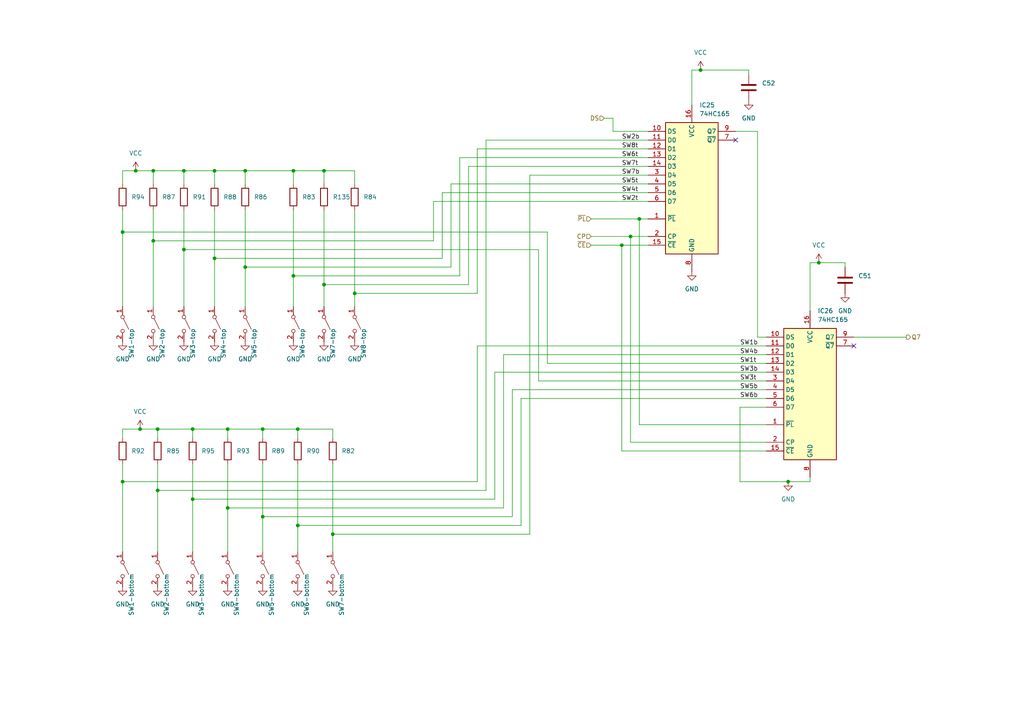
<source format=kicad_sch>
(kicad_sch
	(version 20231120)
	(generator "eeschema")
	(generator_version "8.0")
	(uuid "af6fe47f-3578-44c8-adcd-47a6f32bb843")
	(paper "A4")
	(title_block
		(title "Nova System Top Board")
		(date "2024-05-22")
		(rev "01")
		(company "tc electronic")
		(comment 1 "Reverse Engineered!")
		(comment 2 "Front Panel Switches")
	)
	(lib_symbols
		(symbol "74xx:74LS165"
			(exclude_from_sim no)
			(in_bom yes)
			(on_board yes)
			(property "Reference" "U"
				(at -7.62 19.05 0)
				(effects
					(font
						(size 1.27 1.27)
					)
				)
			)
			(property "Value" "74LS165"
				(at -7.62 -21.59 0)
				(effects
					(font
						(size 1.27 1.27)
					)
				)
			)
			(property "Footprint" ""
				(at 0 0 0)
				(effects
					(font
						(size 1.27 1.27)
					)
					(hide yes)
				)
			)
			(property "Datasheet" "https://www.ti.com/lit/ds/symlink/sn74ls165a.pdf"
				(at 0 0 0)
				(effects
					(font
						(size 1.27 1.27)
					)
					(hide yes)
				)
			)
			(property "Description" "Shift Register 8-bit, parallel load"
				(at 0 0 0)
				(effects
					(font
						(size 1.27 1.27)
					)
					(hide yes)
				)
			)
			(property "ki_keywords" "TTL SR SR8"
				(at 0 0 0)
				(effects
					(font
						(size 1.27 1.27)
					)
					(hide yes)
				)
			)
			(property "ki_fp_filters" "DIP?16* SO*16*3.9x9.9mm*P1.27mm* SSOP*16*5.3x6.2mm*P0.65mm* TSSOP*16*4.4x5mm*P0.65*"
				(at 0 0 0)
				(effects
					(font
						(size 1.27 1.27)
					)
					(hide yes)
				)
			)
			(symbol "74LS165_1_0"
				(pin input line
					(at -12.7 -10.16 0)
					(length 5.08)
					(name "~{PL}"
						(effects
							(font
								(size 1.27 1.27)
							)
						)
					)
					(number "1"
						(effects
							(font
								(size 1.27 1.27)
							)
						)
					)
				)
				(pin input line
					(at -12.7 15.24 0)
					(length 5.08)
					(name "DS"
						(effects
							(font
								(size 1.27 1.27)
							)
						)
					)
					(number "10"
						(effects
							(font
								(size 1.27 1.27)
							)
						)
					)
				)
				(pin input line
					(at -12.7 12.7 0)
					(length 5.08)
					(name "D0"
						(effects
							(font
								(size 1.27 1.27)
							)
						)
					)
					(number "11"
						(effects
							(font
								(size 1.27 1.27)
							)
						)
					)
				)
				(pin input line
					(at -12.7 10.16 0)
					(length 5.08)
					(name "D1"
						(effects
							(font
								(size 1.27 1.27)
							)
						)
					)
					(number "12"
						(effects
							(font
								(size 1.27 1.27)
							)
						)
					)
				)
				(pin input line
					(at -12.7 7.62 0)
					(length 5.08)
					(name "D2"
						(effects
							(font
								(size 1.27 1.27)
							)
						)
					)
					(number "13"
						(effects
							(font
								(size 1.27 1.27)
							)
						)
					)
				)
				(pin input line
					(at -12.7 5.08 0)
					(length 5.08)
					(name "D3"
						(effects
							(font
								(size 1.27 1.27)
							)
						)
					)
					(number "14"
						(effects
							(font
								(size 1.27 1.27)
							)
						)
					)
				)
				(pin input line
					(at -12.7 -17.78 0)
					(length 5.08)
					(name "~{CE}"
						(effects
							(font
								(size 1.27 1.27)
							)
						)
					)
					(number "15"
						(effects
							(font
								(size 1.27 1.27)
							)
						)
					)
				)
				(pin power_in line
					(at 0 22.86 270)
					(length 5.08)
					(name "VCC"
						(effects
							(font
								(size 1.27 1.27)
							)
						)
					)
					(number "16"
						(effects
							(font
								(size 1.27 1.27)
							)
						)
					)
				)
				(pin input line
					(at -12.7 -15.24 0)
					(length 5.08)
					(name "CP"
						(effects
							(font
								(size 1.27 1.27)
							)
						)
					)
					(number "2"
						(effects
							(font
								(size 1.27 1.27)
							)
						)
					)
				)
				(pin input line
					(at -12.7 2.54 0)
					(length 5.08)
					(name "D4"
						(effects
							(font
								(size 1.27 1.27)
							)
						)
					)
					(number "3"
						(effects
							(font
								(size 1.27 1.27)
							)
						)
					)
				)
				(pin input line
					(at -12.7 0 0)
					(length 5.08)
					(name "D5"
						(effects
							(font
								(size 1.27 1.27)
							)
						)
					)
					(number "4"
						(effects
							(font
								(size 1.27 1.27)
							)
						)
					)
				)
				(pin input line
					(at -12.7 -2.54 0)
					(length 5.08)
					(name "D6"
						(effects
							(font
								(size 1.27 1.27)
							)
						)
					)
					(number "5"
						(effects
							(font
								(size 1.27 1.27)
							)
						)
					)
				)
				(pin input line
					(at -12.7 -5.08 0)
					(length 5.08)
					(name "D7"
						(effects
							(font
								(size 1.27 1.27)
							)
						)
					)
					(number "6"
						(effects
							(font
								(size 1.27 1.27)
							)
						)
					)
				)
				(pin output line
					(at 12.7 12.7 180)
					(length 5.08)
					(name "~{Q7}"
						(effects
							(font
								(size 1.27 1.27)
							)
						)
					)
					(number "7"
						(effects
							(font
								(size 1.27 1.27)
							)
						)
					)
				)
				(pin power_in line
					(at 0 -25.4 90)
					(length 5.08)
					(name "GND"
						(effects
							(font
								(size 1.27 1.27)
							)
						)
					)
					(number "8"
						(effects
							(font
								(size 1.27 1.27)
							)
						)
					)
				)
				(pin output line
					(at 12.7 15.24 180)
					(length 5.08)
					(name "Q7"
						(effects
							(font
								(size 1.27 1.27)
							)
						)
					)
					(number "9"
						(effects
							(font
								(size 1.27 1.27)
							)
						)
					)
				)
			)
			(symbol "74LS165_1_1"
				(rectangle
					(start -7.62 17.78)
					(end 7.62 -20.32)
					(stroke
						(width 0.254)
						(type default)
					)
					(fill
						(type background)
					)
				)
			)
		)
		(symbol "Device:C"
			(pin_numbers hide)
			(pin_names
				(offset 0.254)
			)
			(exclude_from_sim no)
			(in_bom yes)
			(on_board yes)
			(property "Reference" "C"
				(at 0.635 2.54 0)
				(effects
					(font
						(size 1.27 1.27)
					)
					(justify left)
				)
			)
			(property "Value" "C"
				(at 0.635 -2.54 0)
				(effects
					(font
						(size 1.27 1.27)
					)
					(justify left)
				)
			)
			(property "Footprint" ""
				(at 0.9652 -3.81 0)
				(effects
					(font
						(size 1.27 1.27)
					)
					(hide yes)
				)
			)
			(property "Datasheet" "~"
				(at 0 0 0)
				(effects
					(font
						(size 1.27 1.27)
					)
					(hide yes)
				)
			)
			(property "Description" "Unpolarized capacitor"
				(at 0 0 0)
				(effects
					(font
						(size 1.27 1.27)
					)
					(hide yes)
				)
			)
			(property "ki_keywords" "cap capacitor"
				(at 0 0 0)
				(effects
					(font
						(size 1.27 1.27)
					)
					(hide yes)
				)
			)
			(property "ki_fp_filters" "C_*"
				(at 0 0 0)
				(effects
					(font
						(size 1.27 1.27)
					)
					(hide yes)
				)
			)
			(symbol "C_0_1"
				(polyline
					(pts
						(xy -2.032 -0.762) (xy 2.032 -0.762)
					)
					(stroke
						(width 0.508)
						(type default)
					)
					(fill
						(type none)
					)
				)
				(polyline
					(pts
						(xy -2.032 0.762) (xy 2.032 0.762)
					)
					(stroke
						(width 0.508)
						(type default)
					)
					(fill
						(type none)
					)
				)
			)
			(symbol "C_1_1"
				(pin passive line
					(at 0 3.81 270)
					(length 2.794)
					(name "~"
						(effects
							(font
								(size 1.27 1.27)
							)
						)
					)
					(number "1"
						(effects
							(font
								(size 1.27 1.27)
							)
						)
					)
				)
				(pin passive line
					(at 0 -3.81 90)
					(length 2.794)
					(name "~"
						(effects
							(font
								(size 1.27 1.27)
							)
						)
					)
					(number "2"
						(effects
							(font
								(size 1.27 1.27)
							)
						)
					)
				)
			)
		)
		(symbol "Device:R"
			(pin_numbers hide)
			(pin_names
				(offset 0)
			)
			(exclude_from_sim no)
			(in_bom yes)
			(on_board yes)
			(property "Reference" "R"
				(at 2.032 0 90)
				(effects
					(font
						(size 1.27 1.27)
					)
				)
			)
			(property "Value" "R"
				(at 0 0 90)
				(effects
					(font
						(size 1.27 1.27)
					)
				)
			)
			(property "Footprint" ""
				(at -1.778 0 90)
				(effects
					(font
						(size 1.27 1.27)
					)
					(hide yes)
				)
			)
			(property "Datasheet" "~"
				(at 0 0 0)
				(effects
					(font
						(size 1.27 1.27)
					)
					(hide yes)
				)
			)
			(property "Description" "Resistor"
				(at 0 0 0)
				(effects
					(font
						(size 1.27 1.27)
					)
					(hide yes)
				)
			)
			(property "ki_keywords" "R res resistor"
				(at 0 0 0)
				(effects
					(font
						(size 1.27 1.27)
					)
					(hide yes)
				)
			)
			(property "ki_fp_filters" "R_*"
				(at 0 0 0)
				(effects
					(font
						(size 1.27 1.27)
					)
					(hide yes)
				)
			)
			(symbol "R_0_1"
				(rectangle
					(start -1.016 -2.54)
					(end 1.016 2.54)
					(stroke
						(width 0.254)
						(type default)
					)
					(fill
						(type none)
					)
				)
			)
			(symbol "R_1_1"
				(pin passive line
					(at 0 3.81 270)
					(length 1.27)
					(name "~"
						(effects
							(font
								(size 1.27 1.27)
							)
						)
					)
					(number "1"
						(effects
							(font
								(size 1.27 1.27)
							)
						)
					)
				)
				(pin passive line
					(at 0 -3.81 90)
					(length 1.27)
					(name "~"
						(effects
							(font
								(size 1.27 1.27)
							)
						)
					)
					(number "2"
						(effects
							(font
								(size 1.27 1.27)
							)
						)
					)
				)
			)
		)
		(symbol "Switch:SW_SPST"
			(pin_names
				(offset 0) hide)
			(exclude_from_sim no)
			(in_bom yes)
			(on_board yes)
			(property "Reference" "SW"
				(at 0 3.175 0)
				(effects
					(font
						(size 1.27 1.27)
					)
				)
			)
			(property "Value" "SW_SPST"
				(at 0 -2.54 0)
				(effects
					(font
						(size 1.27 1.27)
					)
				)
			)
			(property "Footprint" ""
				(at 0 0 0)
				(effects
					(font
						(size 1.27 1.27)
					)
					(hide yes)
				)
			)
			(property "Datasheet" "~"
				(at 0 0 0)
				(effects
					(font
						(size 1.27 1.27)
					)
					(hide yes)
				)
			)
			(property "Description" "Single Pole Single Throw (SPST) switch"
				(at 0 0 0)
				(effects
					(font
						(size 1.27 1.27)
					)
					(hide yes)
				)
			)
			(property "ki_keywords" "switch lever"
				(at 0 0 0)
				(effects
					(font
						(size 1.27 1.27)
					)
					(hide yes)
				)
			)
			(symbol "SW_SPST_0_0"
				(circle
					(center -2.032 0)
					(radius 0.508)
					(stroke
						(width 0)
						(type default)
					)
					(fill
						(type none)
					)
				)
				(polyline
					(pts
						(xy -1.524 0.254) (xy 1.524 1.778)
					)
					(stroke
						(width 0)
						(type default)
					)
					(fill
						(type none)
					)
				)
				(circle
					(center 2.032 0)
					(radius 0.508)
					(stroke
						(width 0)
						(type default)
					)
					(fill
						(type none)
					)
				)
			)
			(symbol "SW_SPST_1_1"
				(pin passive line
					(at -5.08 0 0)
					(length 2.54)
					(name "A"
						(effects
							(font
								(size 1.27 1.27)
							)
						)
					)
					(number "1"
						(effects
							(font
								(size 1.27 1.27)
							)
						)
					)
				)
				(pin passive line
					(at 5.08 0 180)
					(length 2.54)
					(name "B"
						(effects
							(font
								(size 1.27 1.27)
							)
						)
					)
					(number "2"
						(effects
							(font
								(size 1.27 1.27)
							)
						)
					)
				)
			)
		)
		(symbol "power:GND"
			(power)
			(pin_numbers hide)
			(pin_names
				(offset 0) hide)
			(exclude_from_sim no)
			(in_bom yes)
			(on_board yes)
			(property "Reference" "#PWR"
				(at 0 -6.35 0)
				(effects
					(font
						(size 1.27 1.27)
					)
					(hide yes)
				)
			)
			(property "Value" "GND"
				(at 0 -3.81 0)
				(effects
					(font
						(size 1.27 1.27)
					)
				)
			)
			(property "Footprint" ""
				(at 0 0 0)
				(effects
					(font
						(size 1.27 1.27)
					)
					(hide yes)
				)
			)
			(property "Datasheet" ""
				(at 0 0 0)
				(effects
					(font
						(size 1.27 1.27)
					)
					(hide yes)
				)
			)
			(property "Description" "Power symbol creates a global label with name \"GND\" , ground"
				(at 0 0 0)
				(effects
					(font
						(size 1.27 1.27)
					)
					(hide yes)
				)
			)
			(property "ki_keywords" "global power"
				(at 0 0 0)
				(effects
					(font
						(size 1.27 1.27)
					)
					(hide yes)
				)
			)
			(symbol "GND_0_1"
				(polyline
					(pts
						(xy 0 0) (xy 0 -1.27) (xy 1.27 -1.27) (xy 0 -2.54) (xy -1.27 -1.27) (xy 0 -1.27)
					)
					(stroke
						(width 0)
						(type default)
					)
					(fill
						(type none)
					)
				)
			)
			(symbol "GND_1_1"
				(pin power_in line
					(at 0 0 270)
					(length 0)
					(name "~"
						(effects
							(font
								(size 1.27 1.27)
							)
						)
					)
					(number "1"
						(effects
							(font
								(size 1.27 1.27)
							)
						)
					)
				)
			)
		)
		(symbol "power:VCC"
			(power)
			(pin_numbers hide)
			(pin_names
				(offset 0) hide)
			(exclude_from_sim no)
			(in_bom yes)
			(on_board yes)
			(property "Reference" "#PWR"
				(at 0 -3.81 0)
				(effects
					(font
						(size 1.27 1.27)
					)
					(hide yes)
				)
			)
			(property "Value" "VCC"
				(at 0 3.556 0)
				(effects
					(font
						(size 1.27 1.27)
					)
				)
			)
			(property "Footprint" ""
				(at 0 0 0)
				(effects
					(font
						(size 1.27 1.27)
					)
					(hide yes)
				)
			)
			(property "Datasheet" ""
				(at 0 0 0)
				(effects
					(font
						(size 1.27 1.27)
					)
					(hide yes)
				)
			)
			(property "Description" "Power symbol creates a global label with name \"VCC\""
				(at 0 0 0)
				(effects
					(font
						(size 1.27 1.27)
					)
					(hide yes)
				)
			)
			(property "ki_keywords" "global power"
				(at 0 0 0)
				(effects
					(font
						(size 1.27 1.27)
					)
					(hide yes)
				)
			)
			(symbol "VCC_0_1"
				(polyline
					(pts
						(xy -0.762 1.27) (xy 0 2.54)
					)
					(stroke
						(width 0)
						(type default)
					)
					(fill
						(type none)
					)
				)
				(polyline
					(pts
						(xy 0 0) (xy 0 2.54)
					)
					(stroke
						(width 0)
						(type default)
					)
					(fill
						(type none)
					)
				)
				(polyline
					(pts
						(xy 0 2.54) (xy 0.762 1.27)
					)
					(stroke
						(width 0)
						(type default)
					)
					(fill
						(type none)
					)
				)
			)
			(symbol "VCC_1_1"
				(pin power_in line
					(at 0 0 90)
					(length 0)
					(name "~"
						(effects
							(font
								(size 1.27 1.27)
							)
						)
					)
					(number "1"
						(effects
							(font
								(size 1.27 1.27)
							)
						)
					)
				)
			)
		)
	)
	(junction
		(at 85.09 49.53)
		(diameter 0)
		(color 0 0 0 0)
		(uuid "057a0995-38ca-4505-9576-6cdeb6a1e061")
	)
	(junction
		(at 35.56 139.7)
		(diameter 0)
		(color 0 0 0 0)
		(uuid "19cb41e5-5b19-45e5-abe4-29ca6fe5e2d3")
	)
	(junction
		(at 55.88 144.78)
		(diameter 0)
		(color 0 0 0 0)
		(uuid "22590e1c-6306-4351-a76e-9fa588609730")
	)
	(junction
		(at 45.72 124.46)
		(diameter 0)
		(color 0 0 0 0)
		(uuid "2b4662f4-454f-43d5-a5cc-fa11d5479a16")
	)
	(junction
		(at 185.42 63.5)
		(diameter 0)
		(color 0 0 0 0)
		(uuid "36605a65-4581-4b96-ad05-b26f22c4b531")
	)
	(junction
		(at 71.12 49.53)
		(diameter 0)
		(color 0 0 0 0)
		(uuid "3ee53f8b-8245-4d4d-92fb-38d9eafe9e4f")
	)
	(junction
		(at 86.36 152.4)
		(diameter 0)
		(color 0 0 0 0)
		(uuid "47727f36-6aff-4726-97f5-1824454947e5")
	)
	(junction
		(at 40.64 124.46)
		(diameter 0)
		(color 0 0 0 0)
		(uuid "4f66914d-e5f8-4904-a891-6c56d0445fa6")
	)
	(junction
		(at 85.09 80.01)
		(diameter 0)
		(color 0 0 0 0)
		(uuid "55bc493d-fcba-4512-9e18-8b1a80cb8d39")
	)
	(junction
		(at 76.2 124.46)
		(diameter 0)
		(color 0 0 0 0)
		(uuid "5909f6e4-f944-4ce0-82ec-1960d009c104")
	)
	(junction
		(at 93.98 82.55)
		(diameter 0)
		(color 0 0 0 0)
		(uuid "5eb4c86f-99f8-4fc1-a1dc-9e9862881a52")
	)
	(junction
		(at 71.12 77.47)
		(diameter 0)
		(color 0 0 0 0)
		(uuid "5eef9970-1f40-4800-b748-0cd01f1861a4")
	)
	(junction
		(at 53.34 49.53)
		(diameter 0)
		(color 0 0 0 0)
		(uuid "63e7fbcf-03d3-4650-b453-72feb19385c9")
	)
	(junction
		(at 62.23 74.93)
		(diameter 0)
		(color 0 0 0 0)
		(uuid "6c8b5ff9-9cc7-4035-8828-61240c7229ac")
	)
	(junction
		(at 62.23 49.53)
		(diameter 0)
		(color 0 0 0 0)
		(uuid "7796c267-3a00-4fa1-bb43-b1d966bc1c79")
	)
	(junction
		(at 180.34 71.12)
		(diameter 0)
		(color 0 0 0 0)
		(uuid "7a7a521f-fdd1-4ea9-84eb-f65835208b54")
	)
	(junction
		(at 86.36 124.46)
		(diameter 0)
		(color 0 0 0 0)
		(uuid "7e5c1667-6fde-4b81-9387-0667590af7c9")
	)
	(junction
		(at 66.04 147.32)
		(diameter 0)
		(color 0 0 0 0)
		(uuid "7f629b38-a1e3-47c5-9a4b-5f72ec3fd033")
	)
	(junction
		(at 66.04 124.46)
		(diameter 0)
		(color 0 0 0 0)
		(uuid "843cace8-dd93-49ad-9486-5ebaac7c58ec")
	)
	(junction
		(at 55.88 124.46)
		(diameter 0)
		(color 0 0 0 0)
		(uuid "8dacb471-995d-447a-a649-99a78f4cc582")
	)
	(junction
		(at 203.2 20.32)
		(diameter 0)
		(color 0 0 0 0)
		(uuid "97203c87-ac4c-41a3-affa-e245e915c7a0")
	)
	(junction
		(at 237.49 76.2)
		(diameter 0)
		(color 0 0 0 0)
		(uuid "9ce12123-b287-4f27-81c2-4cd381a70633")
	)
	(junction
		(at 102.87 85.09)
		(diameter 0)
		(color 0 0 0 0)
		(uuid "9d40a46c-b2b8-4cf9-957a-abc28ef120d6")
	)
	(junction
		(at 39.37 49.53)
		(diameter 0)
		(color 0 0 0 0)
		(uuid "a02ef65a-1e0d-4b65-906f-3f3746c2e8ac")
	)
	(junction
		(at 228.6 139.7)
		(diameter 0)
		(color 0 0 0 0)
		(uuid "a2951583-fc53-4b3c-a3da-27e8fc0c819f")
	)
	(junction
		(at 35.56 67.31)
		(diameter 0)
		(color 0 0 0 0)
		(uuid "afb17cce-60fe-4b31-927e-d4de020a6d15")
	)
	(junction
		(at 182.88 68.58)
		(diameter 0)
		(color 0 0 0 0)
		(uuid "bb53b81e-dfd6-4c3b-8407-4f08304b0dfb")
	)
	(junction
		(at 44.45 69.85)
		(diameter 0)
		(color 0 0 0 0)
		(uuid "c5848928-cd1d-4cbd-9453-30ec02749eac")
	)
	(junction
		(at 96.52 154.94)
		(diameter 0)
		(color 0 0 0 0)
		(uuid "c8d91dd3-3a3c-480a-b6ca-765a3b721df5")
	)
	(junction
		(at 53.34 72.39)
		(diameter 0)
		(color 0 0 0 0)
		(uuid "cbd74ed9-666c-4d75-b5e3-71e412540a34")
	)
	(junction
		(at 44.45 49.53)
		(diameter 0)
		(color 0 0 0 0)
		(uuid "eb89e5b0-9299-434f-9c86-b04ceeac1371")
	)
	(junction
		(at 93.98 49.53)
		(diameter 0)
		(color 0 0 0 0)
		(uuid "f5aa1473-04cf-45b1-9953-0a755239261d")
	)
	(junction
		(at 76.2 149.86)
		(diameter 0)
		(color 0 0 0 0)
		(uuid "f912763c-fdc0-4b6b-849f-b12ef40109ba")
	)
	(junction
		(at 45.72 142.24)
		(diameter 0)
		(color 0 0 0 0)
		(uuid "fd71433e-b394-4580-a03e-481ce6e1b1c9")
	)
	(no_connect
		(at 213.36 40.64)
		(uuid "a7ce19c0-0bce-4602-aae9-594f69677197")
	)
	(no_connect
		(at 247.65 100.33)
		(uuid "f0020742-2af5-4322-9209-0b5dac0b2693")
	)
	(wire
		(pts
			(xy 177.8 34.29) (xy 177.8 38.1)
		)
		(stroke
			(width 0)
			(type default)
		)
		(uuid "0023cbd6-8da2-4b1e-aa57-be94153045a1")
	)
	(wire
		(pts
			(xy 44.45 69.85) (xy 125.73 69.85)
		)
		(stroke
			(width 0)
			(type default)
		)
		(uuid "01641155-5629-47da-a199-2a250145f4f9")
	)
	(wire
		(pts
			(xy 93.98 60.96) (xy 93.98 82.55)
		)
		(stroke
			(width 0)
			(type default)
		)
		(uuid "05748db7-85fc-417d-905a-110305101f76")
	)
	(wire
		(pts
			(xy 62.23 49.53) (xy 71.12 49.53)
		)
		(stroke
			(width 0)
			(type default)
		)
		(uuid "06cc7088-bdf1-4e38-b35c-f0f7a863896c")
	)
	(wire
		(pts
			(xy 35.56 53.34) (xy 35.56 49.53)
		)
		(stroke
			(width 0)
			(type default)
		)
		(uuid "0913bece-2d41-4b6f-91ab-3dc0b37e3b68")
	)
	(wire
		(pts
			(xy 45.72 134.62) (xy 45.72 142.24)
		)
		(stroke
			(width 0)
			(type default)
		)
		(uuid "0a7987db-3ae2-4988-aacf-4658bd5d29fc")
	)
	(wire
		(pts
			(xy 35.56 139.7) (xy 138.43 139.7)
		)
		(stroke
			(width 0)
			(type default)
		)
		(uuid "0cac33d9-3f6e-431b-8f1e-2284a0b6048c")
	)
	(wire
		(pts
			(xy 180.34 71.12) (xy 187.96 71.12)
		)
		(stroke
			(width 0)
			(type default)
		)
		(uuid "0fcc9a19-6cb7-4c97-9624-1010b8889a5c")
	)
	(wire
		(pts
			(xy 158.75 105.41) (xy 222.25 105.41)
		)
		(stroke
			(width 0)
			(type default)
		)
		(uuid "110ca981-7a7c-411d-af33-03486ffee0d8")
	)
	(wire
		(pts
			(xy 175.26 34.29) (xy 177.8 34.29)
		)
		(stroke
			(width 0)
			(type default)
		)
		(uuid "11b63177-690c-4213-999b-a92645890bd1")
	)
	(wire
		(pts
			(xy 213.36 38.1) (xy 219.71 38.1)
		)
		(stroke
			(width 0)
			(type default)
		)
		(uuid "13168e32-55f3-4dce-a9c7-3bd76965a8f7")
	)
	(wire
		(pts
			(xy 86.36 152.4) (xy 151.13 152.4)
		)
		(stroke
			(width 0)
			(type default)
		)
		(uuid "13285ee3-001e-483c-b0d9-6dcad64b2684")
	)
	(wire
		(pts
			(xy 185.42 123.19) (xy 222.25 123.19)
		)
		(stroke
			(width 0)
			(type default)
		)
		(uuid "15b8cb7f-fc1d-4be7-9a60-8b12e5291775")
	)
	(wire
		(pts
			(xy 76.2 124.46) (xy 76.2 127)
		)
		(stroke
			(width 0)
			(type default)
		)
		(uuid "178f9ea7-f43f-40f0-83ee-c2316db0edb8")
	)
	(wire
		(pts
			(xy 125.73 69.85) (xy 125.73 58.42)
		)
		(stroke
			(width 0)
			(type default)
		)
		(uuid "17eea180-11be-432d-9c68-bd03cce39d56")
	)
	(wire
		(pts
			(xy 44.45 49.53) (xy 44.45 53.34)
		)
		(stroke
			(width 0)
			(type default)
		)
		(uuid "1e13fb21-54df-405d-a4bb-0a97d8467801")
	)
	(wire
		(pts
			(xy 35.56 49.53) (xy 39.37 49.53)
		)
		(stroke
			(width 0)
			(type default)
		)
		(uuid "23c95b30-1423-49b6-903f-cc5c2d68d80e")
	)
	(wire
		(pts
			(xy 214.63 118.11) (xy 222.25 118.11)
		)
		(stroke
			(width 0)
			(type default)
		)
		(uuid "2879e2ae-62c3-4f53-9a89-f7894c02c994")
	)
	(wire
		(pts
			(xy 35.56 127) (xy 35.56 124.46)
		)
		(stroke
			(width 0)
			(type default)
		)
		(uuid "2d60eebb-8c8c-4ec6-8ab8-bccbead02eec")
	)
	(wire
		(pts
			(xy 85.09 88.9) (xy 85.09 80.01)
		)
		(stroke
			(width 0)
			(type default)
		)
		(uuid "2e2bf329-f50b-4800-b4fd-0d8fcd326cb1")
	)
	(wire
		(pts
			(xy 130.81 53.34) (xy 187.96 53.34)
		)
		(stroke
			(width 0)
			(type default)
		)
		(uuid "2eafdddd-c107-4216-a95e-4ddad94dcd30")
	)
	(wire
		(pts
			(xy 158.75 67.31) (xy 158.75 105.41)
		)
		(stroke
			(width 0)
			(type default)
		)
		(uuid "306b8749-0f66-4da7-bcc3-5b46e3bc24dd")
	)
	(wire
		(pts
			(xy 55.88 124.46) (xy 66.04 124.46)
		)
		(stroke
			(width 0)
			(type default)
		)
		(uuid "30f99062-a9e7-4ba6-927a-1b67608bcbe6")
	)
	(wire
		(pts
			(xy 102.87 60.96) (xy 102.87 85.09)
		)
		(stroke
			(width 0)
			(type default)
		)
		(uuid "31c963e8-c064-4fa5-9d4e-9bc59d3cd39a")
	)
	(wire
		(pts
			(xy 39.37 49.53) (xy 44.45 49.53)
		)
		(stroke
			(width 0)
			(type default)
		)
		(uuid "3228a366-8504-438c-ace7-b2e5218474aa")
	)
	(wire
		(pts
			(xy 234.95 139.7) (xy 234.95 138.43)
		)
		(stroke
			(width 0)
			(type default)
		)
		(uuid "3503445b-e86b-4074-adf5-69d3aac10699")
	)
	(wire
		(pts
			(xy 66.04 124.46) (xy 66.04 127)
		)
		(stroke
			(width 0)
			(type default)
		)
		(uuid "356a2024-54cf-4e3f-a3e4-0ef37266fb62")
	)
	(wire
		(pts
			(xy 138.43 139.7) (xy 138.43 100.33)
		)
		(stroke
			(width 0)
			(type default)
		)
		(uuid "37da075c-f052-4609-841d-0a22c51b3a57")
	)
	(wire
		(pts
			(xy 185.42 63.5) (xy 185.42 123.19)
		)
		(stroke
			(width 0)
			(type default)
		)
		(uuid "38ba6094-1485-446f-a087-19e22976d69f")
	)
	(wire
		(pts
			(xy 66.04 160.02) (xy 66.04 147.32)
		)
		(stroke
			(width 0)
			(type default)
		)
		(uuid "3bb1f2eb-5815-43cf-bb79-f162f39a8103")
	)
	(wire
		(pts
			(xy 55.88 124.46) (xy 55.88 127)
		)
		(stroke
			(width 0)
			(type default)
		)
		(uuid "3bc98b50-ee86-4544-8470-ab8e372c31e7")
	)
	(wire
		(pts
			(xy 140.97 40.64) (xy 187.96 40.64)
		)
		(stroke
			(width 0)
			(type default)
		)
		(uuid "3bf00545-805e-411a-81a3-ec9ac9e5bdb4")
	)
	(wire
		(pts
			(xy 140.97 142.24) (xy 140.97 40.64)
		)
		(stroke
			(width 0)
			(type default)
		)
		(uuid "3e1f8edf-9033-4113-b07f-98a94c92019e")
	)
	(wire
		(pts
			(xy 35.56 160.02) (xy 35.56 139.7)
		)
		(stroke
			(width 0)
			(type default)
		)
		(uuid "4155293b-f894-4553-a3bc-a966d42f18ac")
	)
	(wire
		(pts
			(xy 55.88 160.02) (xy 55.88 144.78)
		)
		(stroke
			(width 0)
			(type default)
		)
		(uuid "418b1a30-d4b4-40b2-9f77-ec88052ca375")
	)
	(wire
		(pts
			(xy 86.36 160.02) (xy 86.36 152.4)
		)
		(stroke
			(width 0)
			(type default)
		)
		(uuid "430b7bb2-5b31-4753-8e5d-ee91e3672cf5")
	)
	(wire
		(pts
			(xy 53.34 88.9) (xy 53.34 72.39)
		)
		(stroke
			(width 0)
			(type default)
		)
		(uuid "449ca110-39c0-4281-9023-bfd2a268a6b1")
	)
	(wire
		(pts
			(xy 86.36 134.62) (xy 86.36 152.4)
		)
		(stroke
			(width 0)
			(type default)
		)
		(uuid "45229803-81f7-43a9-a5a8-4c9903a458f5")
	)
	(wire
		(pts
			(xy 138.43 85.09) (xy 138.43 43.18)
		)
		(stroke
			(width 0)
			(type default)
		)
		(uuid "45b35166-eb9c-4bf1-9b20-171f69f4ab6a")
	)
	(wire
		(pts
			(xy 45.72 160.02) (xy 45.72 142.24)
		)
		(stroke
			(width 0)
			(type default)
		)
		(uuid "46b03b9e-fe29-476b-9656-86bd72dbff55")
	)
	(wire
		(pts
			(xy 153.67 154.94) (xy 153.67 50.8)
		)
		(stroke
			(width 0)
			(type default)
		)
		(uuid "474bc597-ff88-4c52-87e6-a6a2d99abf9a")
	)
	(wire
		(pts
			(xy 76.2 124.46) (xy 86.36 124.46)
		)
		(stroke
			(width 0)
			(type default)
		)
		(uuid "48957105-6ee3-410e-93cf-530411fba5b6")
	)
	(wire
		(pts
			(xy 40.64 124.46) (xy 45.72 124.46)
		)
		(stroke
			(width 0)
			(type default)
		)
		(uuid "49aa0027-88b6-4b7e-a685-aff12337e4f2")
	)
	(wire
		(pts
			(xy 93.98 82.55) (xy 135.89 82.55)
		)
		(stroke
			(width 0)
			(type default)
		)
		(uuid "4bc6276c-3f42-41a6-8248-ba65121d5c37")
	)
	(wire
		(pts
			(xy 76.2 149.86) (xy 148.59 149.86)
		)
		(stroke
			(width 0)
			(type default)
		)
		(uuid "4d1f337b-800a-4080-968d-2f02f1ec682a")
	)
	(wire
		(pts
			(xy 93.98 49.53) (xy 93.98 53.34)
		)
		(stroke
			(width 0)
			(type default)
		)
		(uuid "4eafcea2-a001-489c-82c6-0a8ee302522a")
	)
	(wire
		(pts
			(xy 247.65 97.79) (xy 262.89 97.79)
		)
		(stroke
			(width 0)
			(type default)
		)
		(uuid "4fd1c34a-4d5e-41ad-8de6-90869cc0516e")
	)
	(wire
		(pts
			(xy 234.95 76.2) (xy 237.49 76.2)
		)
		(stroke
			(width 0)
			(type default)
		)
		(uuid "5038a402-3013-4cbf-ba5a-19c835c80394")
	)
	(wire
		(pts
			(xy 96.52 154.94) (xy 153.67 154.94)
		)
		(stroke
			(width 0)
			(type default)
		)
		(uuid "509b3034-8af6-4e4f-9211-a7dcbfa7615e")
	)
	(wire
		(pts
			(xy 148.59 149.86) (xy 148.59 113.03)
		)
		(stroke
			(width 0)
			(type default)
		)
		(uuid "5190e2c2-0740-40d7-8f4f-bcabe25e3c2b")
	)
	(wire
		(pts
			(xy 45.72 142.24) (xy 140.97 142.24)
		)
		(stroke
			(width 0)
			(type default)
		)
		(uuid "52454e4d-6cf7-45c2-bfd2-450a23d6a1d8")
	)
	(wire
		(pts
			(xy 55.88 144.78) (xy 143.51 144.78)
		)
		(stroke
			(width 0)
			(type default)
		)
		(uuid "52a06306-0175-43fb-835a-afb7a73f4479")
	)
	(wire
		(pts
			(xy 185.42 63.5) (xy 187.96 63.5)
		)
		(stroke
			(width 0)
			(type default)
		)
		(uuid "5591cbda-bbce-4cfd-a13d-26a6ccc7385e")
	)
	(wire
		(pts
			(xy 182.88 68.58) (xy 182.88 128.27)
		)
		(stroke
			(width 0)
			(type default)
		)
		(uuid "5701bee4-b399-4ee3-bfbe-d9483e5c4304")
	)
	(wire
		(pts
			(xy 93.98 49.53) (xy 102.87 49.53)
		)
		(stroke
			(width 0)
			(type default)
		)
		(uuid "57b22f5f-9bb0-4d6f-8d1a-d5142b6117d1")
	)
	(wire
		(pts
			(xy 138.43 43.18) (xy 187.96 43.18)
		)
		(stroke
			(width 0)
			(type default)
		)
		(uuid "5ccf6ce1-30d7-4c2c-a38c-b2d32c5f13fa")
	)
	(wire
		(pts
			(xy 156.21 72.39) (xy 156.21 110.49)
		)
		(stroke
			(width 0)
			(type default)
		)
		(uuid "5e8d256a-298a-4228-beed-87fd7c1f4e0b")
	)
	(wire
		(pts
			(xy 85.09 80.01) (xy 133.35 80.01)
		)
		(stroke
			(width 0)
			(type default)
		)
		(uuid "619d798e-494f-477d-890c-215d4ac74e76")
	)
	(wire
		(pts
			(xy 71.12 77.47) (xy 130.81 77.47)
		)
		(stroke
			(width 0)
			(type default)
		)
		(uuid "622665ca-026c-4cde-a286-dd56f5d9b9ff")
	)
	(wire
		(pts
			(xy 35.56 88.9) (xy 35.56 67.31)
		)
		(stroke
			(width 0)
			(type default)
		)
		(uuid "640e223f-bcea-4e16-a431-84e4be5d8846")
	)
	(wire
		(pts
			(xy 180.34 130.81) (xy 222.25 130.81)
		)
		(stroke
			(width 0)
			(type default)
		)
		(uuid "68204911-0399-4a88-85f7-8b503865162a")
	)
	(wire
		(pts
			(xy 71.12 49.53) (xy 71.12 53.34)
		)
		(stroke
			(width 0)
			(type default)
		)
		(uuid "68d9391a-e836-41e0-9e5f-57dd539e61e7")
	)
	(wire
		(pts
			(xy 146.05 147.32) (xy 146.05 102.87)
		)
		(stroke
			(width 0)
			(type default)
		)
		(uuid "6b640640-1b68-4acf-9ebf-b77a4ba984eb")
	)
	(wire
		(pts
			(xy 177.8 38.1) (xy 187.96 38.1)
		)
		(stroke
			(width 0)
			(type default)
		)
		(uuid "71a96131-67d0-4d71-838f-ff3d3ea915b5")
	)
	(wire
		(pts
			(xy 214.63 139.7) (xy 228.6 139.7)
		)
		(stroke
			(width 0)
			(type default)
		)
		(uuid "71db46ea-abde-402c-9714-a6b29ce16186")
	)
	(wire
		(pts
			(xy 71.12 60.96) (xy 71.12 77.47)
		)
		(stroke
			(width 0)
			(type default)
		)
		(uuid "721146bd-3966-4846-9bde-47c3756084e3")
	)
	(wire
		(pts
			(xy 53.34 49.53) (xy 53.34 53.34)
		)
		(stroke
			(width 0)
			(type default)
		)
		(uuid "74933196-c8cf-4908-ad69-04bd2b0572cc")
	)
	(wire
		(pts
			(xy 66.04 124.46) (xy 76.2 124.46)
		)
		(stroke
			(width 0)
			(type default)
		)
		(uuid "74b39544-56f1-498b-bda7-82e19b458645")
	)
	(wire
		(pts
			(xy 133.35 45.72) (xy 187.96 45.72)
		)
		(stroke
			(width 0)
			(type default)
		)
		(uuid "78896e30-a4d3-4612-85b6-82861db9787d")
	)
	(wire
		(pts
			(xy 182.88 128.27) (xy 222.25 128.27)
		)
		(stroke
			(width 0)
			(type default)
		)
		(uuid "7b46537f-ef05-4416-817c-29434ae7b724")
	)
	(wire
		(pts
			(xy 171.45 71.12) (xy 180.34 71.12)
		)
		(stroke
			(width 0)
			(type default)
		)
		(uuid "7d6cbe9c-a483-44c8-96b5-f8867d15011d")
	)
	(wire
		(pts
			(xy 151.13 152.4) (xy 151.13 115.57)
		)
		(stroke
			(width 0)
			(type default)
		)
		(uuid "7f91f0b5-b065-41dc-921e-78a6c9cb0f38")
	)
	(wire
		(pts
			(xy 128.27 74.93) (xy 128.27 55.88)
		)
		(stroke
			(width 0)
			(type default)
		)
		(uuid "80f76bbb-62bf-4536-9632-5b08bac77335")
	)
	(wire
		(pts
			(xy 45.72 124.46) (xy 45.72 127)
		)
		(stroke
			(width 0)
			(type default)
		)
		(uuid "8294fca7-87a7-4ccf-aff4-2f24504c48f3")
	)
	(wire
		(pts
			(xy 35.56 67.31) (xy 158.75 67.31)
		)
		(stroke
			(width 0)
			(type default)
		)
		(uuid "82b5a820-1a9c-4c05-804d-6971f4487fc2")
	)
	(wire
		(pts
			(xy 86.36 124.46) (xy 96.52 124.46)
		)
		(stroke
			(width 0)
			(type default)
		)
		(uuid "84971ce0-295d-43ba-8459-55bae1b1e32f")
	)
	(wire
		(pts
			(xy 148.59 113.03) (xy 222.25 113.03)
		)
		(stroke
			(width 0)
			(type default)
		)
		(uuid "850f6625-2f2a-44a2-beb1-7694fb9ab338")
	)
	(wire
		(pts
			(xy 53.34 60.96) (xy 53.34 72.39)
		)
		(stroke
			(width 0)
			(type default)
		)
		(uuid "8552c4e0-3a7d-42fa-8b1d-5f0638db18f2")
	)
	(wire
		(pts
			(xy 146.05 102.87) (xy 222.25 102.87)
		)
		(stroke
			(width 0)
			(type default)
		)
		(uuid "85a82f64-1a6f-43bf-9a49-5565c7b1e61d")
	)
	(wire
		(pts
			(xy 96.52 124.46) (xy 96.52 127)
		)
		(stroke
			(width 0)
			(type default)
		)
		(uuid "897a6645-48d3-463c-8f46-65674e85f122")
	)
	(wire
		(pts
			(xy 153.67 50.8) (xy 187.96 50.8)
		)
		(stroke
			(width 0)
			(type default)
		)
		(uuid "89d15a08-fdd3-42ff-a198-1145e4a8e097")
	)
	(wire
		(pts
			(xy 217.17 20.32) (xy 217.17 21.59)
		)
		(stroke
			(width 0)
			(type default)
		)
		(uuid "8a159685-95d6-43dc-b73b-3dac0adaba32")
	)
	(wire
		(pts
			(xy 200.66 20.32) (xy 203.2 20.32)
		)
		(stroke
			(width 0)
			(type default)
		)
		(uuid "8b8d03c5-9013-4364-b173-8abde145fe9f")
	)
	(wire
		(pts
			(xy 171.45 63.5) (xy 185.42 63.5)
		)
		(stroke
			(width 0)
			(type default)
		)
		(uuid "8bdb4a42-2dab-413d-a38f-b03f8a1f563c")
	)
	(wire
		(pts
			(xy 35.56 134.62) (xy 35.56 139.7)
		)
		(stroke
			(width 0)
			(type default)
		)
		(uuid "8decbf9e-379e-434a-9eb5-64c280e01742")
	)
	(wire
		(pts
			(xy 133.35 80.01) (xy 133.35 45.72)
		)
		(stroke
			(width 0)
			(type default)
		)
		(uuid "8f8d39d2-1884-4302-ae06-e602e2e466c1")
	)
	(wire
		(pts
			(xy 125.73 58.42) (xy 187.96 58.42)
		)
		(stroke
			(width 0)
			(type default)
		)
		(uuid "90147f59-bfde-4cce-9957-5a3d54167ba1")
	)
	(wire
		(pts
			(xy 85.09 49.53) (xy 93.98 49.53)
		)
		(stroke
			(width 0)
			(type default)
		)
		(uuid "91742a36-ad67-40d7-acfb-78f7f730ac32")
	)
	(wire
		(pts
			(xy 245.11 76.2) (xy 245.11 77.47)
		)
		(stroke
			(width 0)
			(type default)
		)
		(uuid "937f9d24-a9b8-4923-a6ff-53952673e987")
	)
	(wire
		(pts
			(xy 86.36 124.46) (xy 86.36 127)
		)
		(stroke
			(width 0)
			(type default)
		)
		(uuid "96fe7a88-74ca-45b8-9ac1-0c80ab07e042")
	)
	(wire
		(pts
			(xy 93.98 88.9) (xy 93.98 82.55)
		)
		(stroke
			(width 0)
			(type default)
		)
		(uuid "9c3920f8-4b02-4bed-a670-19a88192e01d")
	)
	(wire
		(pts
			(xy 143.51 144.78) (xy 143.51 107.95)
		)
		(stroke
			(width 0)
			(type default)
		)
		(uuid "9d6d6f86-07ee-40fd-9662-5762d5c70c2b")
	)
	(wire
		(pts
			(xy 71.12 88.9) (xy 71.12 77.47)
		)
		(stroke
			(width 0)
			(type default)
		)
		(uuid "9e1210b9-a3a7-49e3-9f37-74b2e1f8ba94")
	)
	(wire
		(pts
			(xy 35.56 60.96) (xy 35.56 67.31)
		)
		(stroke
			(width 0)
			(type default)
		)
		(uuid "a17bb05f-6a47-4f73-bdf0-a85c2460936f")
	)
	(wire
		(pts
			(xy 35.56 124.46) (xy 40.64 124.46)
		)
		(stroke
			(width 0)
			(type default)
		)
		(uuid "a739c76b-8afc-4a90-9a5a-db355b31def9")
	)
	(wire
		(pts
			(xy 44.45 88.9) (xy 44.45 69.85)
		)
		(stroke
			(width 0)
			(type default)
		)
		(uuid "aa8e72c9-8396-4c36-a1db-55a6345245dd")
	)
	(wire
		(pts
			(xy 135.89 82.55) (xy 135.89 48.26)
		)
		(stroke
			(width 0)
			(type default)
		)
		(uuid "ab872aa9-1d6d-4c43-bc41-972dec5b13f6")
	)
	(wire
		(pts
			(xy 102.87 49.53) (xy 102.87 53.34)
		)
		(stroke
			(width 0)
			(type default)
		)
		(uuid "adf1d66a-0bb9-49cf-96b4-191bdd0a5380")
	)
	(wire
		(pts
			(xy 180.34 71.12) (xy 180.34 130.81)
		)
		(stroke
			(width 0)
			(type default)
		)
		(uuid "b08d0bd5-a234-4a88-9fca-4fc3898f915f")
	)
	(wire
		(pts
			(xy 102.87 88.9) (xy 102.87 85.09)
		)
		(stroke
			(width 0)
			(type default)
		)
		(uuid "b3e2bb4a-0b11-475f-93c1-a25dcee7899a")
	)
	(wire
		(pts
			(xy 66.04 134.62) (xy 66.04 147.32)
		)
		(stroke
			(width 0)
			(type default)
		)
		(uuid "b4c9b132-a2f8-4800-ab85-8b4a098fa05d")
	)
	(wire
		(pts
			(xy 156.21 110.49) (xy 222.25 110.49)
		)
		(stroke
			(width 0)
			(type default)
		)
		(uuid "b558f788-ead0-4900-82a9-5ae34c6376c2")
	)
	(wire
		(pts
			(xy 96.52 134.62) (xy 96.52 154.94)
		)
		(stroke
			(width 0)
			(type default)
		)
		(uuid "b995fe6b-02c9-4ede-b408-864c55a27ff5")
	)
	(wire
		(pts
			(xy 182.88 68.58) (xy 187.96 68.58)
		)
		(stroke
			(width 0)
			(type default)
		)
		(uuid "bce94fd6-f11e-4ca4-a8eb-76b6c6ea6b54")
	)
	(wire
		(pts
			(xy 143.51 107.95) (xy 222.25 107.95)
		)
		(stroke
			(width 0)
			(type default)
		)
		(uuid "be554231-bed8-4463-a17a-26da2aaff3d9")
	)
	(wire
		(pts
			(xy 62.23 88.9) (xy 62.23 74.93)
		)
		(stroke
			(width 0)
			(type default)
		)
		(uuid "bf14df29-219b-4ed5-81fb-0b16beabe468")
	)
	(wire
		(pts
			(xy 53.34 72.39) (xy 156.21 72.39)
		)
		(stroke
			(width 0)
			(type default)
		)
		(uuid "bfd6b2d5-1e5b-43d0-8542-d26683428193")
	)
	(wire
		(pts
			(xy 135.89 48.26) (xy 187.96 48.26)
		)
		(stroke
			(width 0)
			(type default)
		)
		(uuid "c05014b9-4b68-469a-9b4e-3447dfbdc05f")
	)
	(wire
		(pts
			(xy 200.66 30.48) (xy 200.66 20.32)
		)
		(stroke
			(width 0)
			(type default)
		)
		(uuid "c1475c99-849b-4f23-bd3b-a54d257ad2fd")
	)
	(wire
		(pts
			(xy 55.88 134.62) (xy 55.88 144.78)
		)
		(stroke
			(width 0)
			(type default)
		)
		(uuid "c4529715-53dc-41c9-93f9-3770739d5572")
	)
	(wire
		(pts
			(xy 130.81 77.47) (xy 130.81 53.34)
		)
		(stroke
			(width 0)
			(type default)
		)
		(uuid "c5dbb2d7-3561-4c02-a775-c5cd251e20d6")
	)
	(wire
		(pts
			(xy 85.09 49.53) (xy 85.09 53.34)
		)
		(stroke
			(width 0)
			(type default)
		)
		(uuid "c633ddc1-dbcd-4e81-b6b6-2ce73880d28e")
	)
	(wire
		(pts
			(xy 234.95 90.17) (xy 234.95 76.2)
		)
		(stroke
			(width 0)
			(type default)
		)
		(uuid "c7fe9366-f28b-41f5-94ce-039312351388")
	)
	(wire
		(pts
			(xy 237.49 76.2) (xy 245.11 76.2)
		)
		(stroke
			(width 0)
			(type default)
		)
		(uuid "c892182d-64f6-4aaf-9a86-43e87cccb0fe")
	)
	(wire
		(pts
			(xy 76.2 160.02) (xy 76.2 149.86)
		)
		(stroke
			(width 0)
			(type default)
		)
		(uuid "cd853a04-d168-4416-bec1-56aca9581ef5")
	)
	(wire
		(pts
			(xy 53.34 49.53) (xy 62.23 49.53)
		)
		(stroke
			(width 0)
			(type default)
		)
		(uuid "d64966cb-85be-4d0c-a4f3-5829be6f133c")
	)
	(wire
		(pts
			(xy 44.45 60.96) (xy 44.45 69.85)
		)
		(stroke
			(width 0)
			(type default)
		)
		(uuid "d9651ad2-4fdd-470f-b101-d23b875a420f")
	)
	(wire
		(pts
			(xy 62.23 60.96) (xy 62.23 74.93)
		)
		(stroke
			(width 0)
			(type default)
		)
		(uuid "dab9c5a3-5212-47a2-8b66-1063cf9c0a7e")
	)
	(wire
		(pts
			(xy 219.71 38.1) (xy 219.71 97.79)
		)
		(stroke
			(width 0)
			(type default)
		)
		(uuid "dbaf6f64-1ae5-4b99-ac78-94ba2d40500b")
	)
	(wire
		(pts
			(xy 203.2 20.32) (xy 217.17 20.32)
		)
		(stroke
			(width 0)
			(type default)
		)
		(uuid "dc3d61a6-a5ec-49de-85b8-342179fa72f6")
	)
	(wire
		(pts
			(xy 62.23 49.53) (xy 62.23 53.34)
		)
		(stroke
			(width 0)
			(type default)
		)
		(uuid "e0376663-49cd-4779-a954-63b0f6f13186")
	)
	(wire
		(pts
			(xy 62.23 74.93) (xy 128.27 74.93)
		)
		(stroke
			(width 0)
			(type default)
		)
		(uuid "e6131420-0f80-45e0-8504-80ce918122d7")
	)
	(wire
		(pts
			(xy 66.04 147.32) (xy 146.05 147.32)
		)
		(stroke
			(width 0)
			(type default)
		)
		(uuid "e8bcf2a3-777a-402f-87b7-3d0996972e0b")
	)
	(wire
		(pts
			(xy 71.12 49.53) (xy 85.09 49.53)
		)
		(stroke
			(width 0)
			(type default)
		)
		(uuid "e8c7e414-f9e5-4c86-aba5-3a74db8c6dd5")
	)
	(wire
		(pts
			(xy 85.09 60.96) (xy 85.09 80.01)
		)
		(stroke
			(width 0)
			(type default)
		)
		(uuid "ea64c166-94e8-4bfc-8a38-796a9930fedc")
	)
	(wire
		(pts
			(xy 128.27 55.88) (xy 187.96 55.88)
		)
		(stroke
			(width 0)
			(type default)
		)
		(uuid "eb10df0b-5464-4bbb-8200-a87f28a2fb78")
	)
	(wire
		(pts
			(xy 138.43 100.33) (xy 222.25 100.33)
		)
		(stroke
			(width 0)
			(type default)
		)
		(uuid "eba93b74-d791-460c-8807-3a9d0f63dde0")
	)
	(wire
		(pts
			(xy 214.63 118.11) (xy 214.63 139.7)
		)
		(stroke
			(width 0)
			(type default)
		)
		(uuid "f01d43f3-b6c5-4c49-a644-4b86ffbe2cbe")
	)
	(wire
		(pts
			(xy 45.72 124.46) (xy 55.88 124.46)
		)
		(stroke
			(width 0)
			(type default)
		)
		(uuid "f34ab96f-a752-4a6e-beee-e2df3060c3d7")
	)
	(wire
		(pts
			(xy 171.45 68.58) (xy 182.88 68.58)
		)
		(stroke
			(width 0)
			(type default)
		)
		(uuid "fc48da6d-7923-4758-b688-4e1eaf67677c")
	)
	(wire
		(pts
			(xy 44.45 49.53) (xy 53.34 49.53)
		)
		(stroke
			(width 0)
			(type default)
		)
		(uuid "fc548031-bbf2-4f13-98df-21c6f5ca32b6")
	)
	(wire
		(pts
			(xy 96.52 160.02) (xy 96.52 154.94)
		)
		(stroke
			(width 0)
			(type default)
		)
		(uuid "fcb9c485-fc70-4e4e-b799-4a4f0c5b4ba4")
	)
	(wire
		(pts
			(xy 151.13 115.57) (xy 222.25 115.57)
		)
		(stroke
			(width 0)
			(type default)
		)
		(uuid "fcc8142b-089a-4a2d-b22b-3ab8fb79b850")
	)
	(wire
		(pts
			(xy 76.2 134.62) (xy 76.2 149.86)
		)
		(stroke
			(width 0)
			(type default)
		)
		(uuid "fd0519dd-643d-441e-a067-22f22c43dadb")
	)
	(wire
		(pts
			(xy 228.6 139.7) (xy 234.95 139.7)
		)
		(stroke
			(width 0)
			(type default)
		)
		(uuid "fd368894-dae2-4a24-8d4c-1aa050f5aae4")
	)
	(wire
		(pts
			(xy 102.87 85.09) (xy 138.43 85.09)
		)
		(stroke
			(width 0)
			(type default)
		)
		(uuid "fe76e4e5-4922-4196-95d4-2d9fbcd4b982")
	)
	(wire
		(pts
			(xy 219.71 97.79) (xy 222.25 97.79)
		)
		(stroke
			(width 0)
			(type default)
		)
		(uuid "fff6c70b-049e-46e2-83c6-e01caa2e1cd8")
	)
	(label "SW6t"
		(at 180.34 45.72 0)
		(fields_autoplaced yes)
		(effects
			(font
				(size 1.27 1.27)
			)
			(justify left bottom)
		)
		(uuid "027eae1f-477e-462f-86d2-27dab5198daf")
	)
	(label "SW2t"
		(at 180.34 58.42 0)
		(fields_autoplaced yes)
		(effects
			(font
				(size 1.27 1.27)
			)
			(justify left bottom)
		)
		(uuid "19f50657-a70d-4715-b674-b8fa244d4799")
	)
	(label "SW4t"
		(at 180.34 55.88 0)
		(fields_autoplaced yes)
		(effects
			(font
				(size 1.27 1.27)
			)
			(justify left bottom)
		)
		(uuid "1eeae1db-f507-49cd-8593-9c04d6bbc362")
	)
	(label "SW4b"
		(at 214.63 102.87 0)
		(fields_autoplaced yes)
		(effects
			(font
				(size 1.27 1.27)
			)
			(justify left bottom)
		)
		(uuid "225d2cca-1ecc-4363-a2a1-9edcb777e2c4")
	)
	(label "SW3t"
		(at 214.63 110.49 0)
		(fields_autoplaced yes)
		(effects
			(font
				(size 1.27 1.27)
			)
			(justify left bottom)
		)
		(uuid "3aee5162-9873-4d63-b006-a90c4481057a")
	)
	(label "SW3b"
		(at 214.63 107.95 0)
		(fields_autoplaced yes)
		(effects
			(font
				(size 1.27 1.27)
			)
			(justify left bottom)
		)
		(uuid "3e11afcc-f7f3-46fd-a174-7c1755c6721c")
	)
	(label "SW6b"
		(at 214.63 115.57 0)
		(fields_autoplaced yes)
		(effects
			(font
				(size 1.27 1.27)
			)
			(justify left bottom)
		)
		(uuid "48c8b8e7-4d4d-4754-a61c-48cd94cab2c4")
	)
	(label "SW5b"
		(at 214.63 113.03 0)
		(fields_autoplaced yes)
		(effects
			(font
				(size 1.27 1.27)
			)
			(justify left bottom)
		)
		(uuid "5909e2db-6960-41ee-9b07-cad2fb0daae4")
	)
	(label "SW7b"
		(at 180.34 50.8 0)
		(fields_autoplaced yes)
		(effects
			(font
				(size 1.27 1.27)
			)
			(justify left bottom)
		)
		(uuid "5aef3463-7b52-4eba-81cf-6e8798c387e4")
	)
	(label "SW1b"
		(at 214.63 100.33 0)
		(fields_autoplaced yes)
		(effects
			(font
				(size 1.27 1.27)
			)
			(justify left bottom)
		)
		(uuid "623d1ad7-f38e-4820-8dbc-6861b403268f")
	)
	(label "SW2b"
		(at 180.34 40.64 0)
		(fields_autoplaced yes)
		(effects
			(font
				(size 1.27 1.27)
			)
			(justify left bottom)
		)
		(uuid "92c9dfa3-7b36-4423-a50a-5a8219a6dc30")
	)
	(label "SW5t"
		(at 180.34 53.34 0)
		(fields_autoplaced yes)
		(effects
			(font
				(size 1.27 1.27)
			)
			(justify left bottom)
		)
		(uuid "ae66e970-a698-41e5-b268-18cbe9526b07")
	)
	(label "SW7t"
		(at 180.34 48.26 0)
		(fields_autoplaced yes)
		(effects
			(font
				(size 1.27 1.27)
			)
			(justify left bottom)
		)
		(uuid "e422759b-b56c-4c44-a961-a350edb796ba")
	)
	(label "SW1t"
		(at 214.63 105.41 0)
		(fields_autoplaced yes)
		(effects
			(font
				(size 1.27 1.27)
			)
			(justify left bottom)
		)
		(uuid "e9139abf-55ca-45c5-ada3-21b3d8c33aa8")
	)
	(label "SW8t"
		(at 180.34 43.18 0)
		(fields_autoplaced yes)
		(effects
			(font
				(size 1.27 1.27)
			)
			(justify left bottom)
		)
		(uuid "f9a8d886-38b4-4763-9af5-c9f179a73b40")
	)
	(hierarchical_label "Q7"
		(shape output)
		(at 262.89 97.79 0)
		(fields_autoplaced yes)
		(effects
			(font
				(size 1.27 1.27)
			)
			(justify left)
		)
		(uuid "22b6706b-9676-4cd2-ab7a-8e794e017693")
	)
	(hierarchical_label "~{CE}"
		(shape input)
		(at 171.45 71.12 180)
		(fields_autoplaced yes)
		(effects
			(font
				(size 1.27 1.27)
			)
			(justify right)
		)
		(uuid "61394341-9fc9-4b2d-a1ef-4a918337ff50")
	)
	(hierarchical_label "CP"
		(shape input)
		(at 171.45 68.58 180)
		(fields_autoplaced yes)
		(effects
			(font
				(size 1.27 1.27)
			)
			(justify right)
		)
		(uuid "ec523181-0ae7-460c-8ddf-1007816e4c21")
	)
	(hierarchical_label "DS"
		(shape input)
		(at 175.26 34.29 180)
		(fields_autoplaced yes)
		(effects
			(font
				(size 1.27 1.27)
			)
			(justify right)
		)
		(uuid "ee3e59be-6547-4efe-8224-49228745f008")
	)
	(hierarchical_label "~{PL}"
		(shape input)
		(at 171.45 63.5 180)
		(fields_autoplaced yes)
		(effects
			(font
				(size 1.27 1.27)
			)
			(justify right)
		)
		(uuid "f39568b6-4199-4e0d-9ad0-13202de78a4c")
	)
	(symbol
		(lib_id "power:GND")
		(at 245.11 85.09 0)
		(unit 1)
		(exclude_from_sim no)
		(in_bom yes)
		(on_board yes)
		(dnp no)
		(fields_autoplaced yes)
		(uuid "00024b9b-f9ec-42cb-aad9-18e139afac02")
		(property "Reference" "#PWR073"
			(at 245.11 91.44 0)
			(effects
				(font
					(size 1.27 1.27)
				)
				(hide yes)
			)
		)
		(property "Value" "GND"
			(at 245.11 90.17 0)
			(effects
				(font
					(size 1.27 1.27)
				)
			)
		)
		(property "Footprint" ""
			(at 245.11 85.09 0)
			(effects
				(font
					(size 1.27 1.27)
				)
				(hide yes)
			)
		)
		(property "Datasheet" ""
			(at 245.11 85.09 0)
			(effects
				(font
					(size 1.27 1.27)
				)
				(hide yes)
			)
		)
		(property "Description" "Power symbol creates a global label with name \"GND\" , ground"
			(at 245.11 85.09 0)
			(effects
				(font
					(size 1.27 1.27)
				)
				(hide yes)
			)
		)
		(pin "1"
			(uuid "ce25f1ec-4c97-4f5c-a82b-c3de07926254")
		)
		(instances
			(project "NovaSystem"
				(path "/49dbc69f-2111-4c78-89d9-34c60e18b20c/51f27641-3560-4680-a895-9f5c43cfc4f4"
					(reference "#PWR073")
					(unit 1)
				)
			)
		)
	)
	(symbol
		(lib_id "power:GND")
		(at 228.6 139.7 0)
		(unit 1)
		(exclude_from_sim no)
		(in_bom yes)
		(on_board yes)
		(dnp no)
		(fields_autoplaced yes)
		(uuid "05376e40-6e36-4099-8330-9106015fc7cf")
		(property "Reference" "#PWR070"
			(at 228.6 146.05 0)
			(effects
				(font
					(size 1.27 1.27)
				)
				(hide yes)
			)
		)
		(property "Value" "GND"
			(at 228.6 144.78 0)
			(effects
				(font
					(size 1.27 1.27)
				)
			)
		)
		(property "Footprint" ""
			(at 228.6 139.7 0)
			(effects
				(font
					(size 1.27 1.27)
				)
				(hide yes)
			)
		)
		(property "Datasheet" ""
			(at 228.6 139.7 0)
			(effects
				(font
					(size 1.27 1.27)
				)
				(hide yes)
			)
		)
		(property "Description" "Power symbol creates a global label with name \"GND\" , ground"
			(at 228.6 139.7 0)
			(effects
				(font
					(size 1.27 1.27)
				)
				(hide yes)
			)
		)
		(pin "1"
			(uuid "717d1dd3-4d6b-467c-8fbd-6c563a768834")
		)
		(instances
			(project "NovaSystem"
				(path "/49dbc69f-2111-4c78-89d9-34c60e18b20c/51f27641-3560-4680-a895-9f5c43cfc4f4"
					(reference "#PWR070")
					(unit 1)
				)
			)
		)
	)
	(symbol
		(lib_id "Device:C")
		(at 245.11 81.28 0)
		(unit 1)
		(exclude_from_sim no)
		(in_bom yes)
		(on_board yes)
		(dnp no)
		(fields_autoplaced yes)
		(uuid "067b1186-c42a-44d7-ab4b-e6c6e4a75dfd")
		(property "Reference" "C51"
			(at 248.92 80.0099 0)
			(effects
				(font
					(size 1.27 1.27)
				)
				(justify left)
			)
		)
		(property "Value" "C"
			(at 248.92 82.5499 0)
			(effects
				(font
					(size 1.27 1.27)
				)
				(justify left)
				(hide yes)
			)
		)
		(property "Footprint" ""
			(at 246.0752 85.09 0)
			(effects
				(font
					(size 1.27 1.27)
				)
				(hide yes)
			)
		)
		(property "Datasheet" "~"
			(at 245.11 81.28 0)
			(effects
				(font
					(size 1.27 1.27)
				)
				(hide yes)
			)
		)
		(property "Description" "Unpolarized capacitor"
			(at 245.11 81.28 0)
			(effects
				(font
					(size 1.27 1.27)
				)
				(hide yes)
			)
		)
		(pin "2"
			(uuid "e9c5f1bd-11d7-4318-8473-4a0af80b8d2c")
		)
		(pin "1"
			(uuid "bd53f541-a965-4a08-8faf-16a513aa62ec")
		)
		(instances
			(project "NovaSystem"
				(path "/49dbc69f-2111-4c78-89d9-34c60e18b20c/51f27641-3560-4680-a895-9f5c43cfc4f4"
					(reference "C51")
					(unit 1)
				)
			)
		)
	)
	(symbol
		(lib_id "Switch:SW_SPST")
		(at 85.09 93.98 270)
		(unit 1)
		(exclude_from_sim no)
		(in_bom yes)
		(on_board yes)
		(dnp no)
		(uuid "08371c55-c471-4da2-b438-298e138fdff1")
		(property "Reference" "SW6"
			(at 87.63 92.7099 90)
			(effects
				(font
					(size 1.27 1.27)
				)
				(justify left)
				(hide yes)
			)
		)
		(property "Value" "SW6-top"
			(at 87.63 95.2499 0)
			(effects
				(font
					(size 1.27 1.27)
				)
				(justify left)
			)
		)
		(property "Footprint" ""
			(at 85.09 93.98 0)
			(effects
				(font
					(size 1.27 1.27)
				)
				(hide yes)
			)
		)
		(property "Datasheet" "~"
			(at 85.09 93.98 0)
			(effects
				(font
					(size 1.27 1.27)
				)
				(hide yes)
			)
		)
		(property "Description" "Single Pole Single Throw (SPST) switch"
			(at 85.09 93.98 0)
			(effects
				(font
					(size 1.27 1.27)
				)
				(hide yes)
			)
		)
		(pin "1"
			(uuid "a91d9a1f-49e0-4c7d-9c9c-7b01c5553156")
		)
		(pin "2"
			(uuid "c015694a-7f4d-43a2-aadd-2947ba1d7fc4")
		)
		(instances
			(project "NovaSystem"
				(path "/49dbc69f-2111-4c78-89d9-34c60e18b20c/51f27641-3560-4680-a895-9f5c43cfc4f4"
					(reference "SW6")
					(unit 1)
				)
			)
		)
	)
	(symbol
		(lib_id "power:VCC")
		(at 40.64 124.46 0)
		(unit 1)
		(exclude_from_sim no)
		(in_bom yes)
		(on_board yes)
		(dnp no)
		(fields_autoplaced yes)
		(uuid "08834a0f-fc14-4d2c-a136-a245421a606e")
		(property "Reference" "#PWR071"
			(at 40.64 128.27 0)
			(effects
				(font
					(size 1.27 1.27)
				)
				(hide yes)
			)
		)
		(property "Value" "VCC"
			(at 40.64 119.38 0)
			(effects
				(font
					(size 1.27 1.27)
				)
			)
		)
		(property "Footprint" ""
			(at 40.64 124.46 0)
			(effects
				(font
					(size 1.27 1.27)
				)
				(hide yes)
			)
		)
		(property "Datasheet" ""
			(at 40.64 124.46 0)
			(effects
				(font
					(size 1.27 1.27)
				)
				(hide yes)
			)
		)
		(property "Description" "Power symbol creates a global label with name \"VCC\""
			(at 40.64 124.46 0)
			(effects
				(font
					(size 1.27 1.27)
				)
				(hide yes)
			)
		)
		(pin "1"
			(uuid "078ff72e-b8f6-4d41-9f98-e12f0c681fc1")
		)
		(instances
			(project "NovaSystem"
				(path "/49dbc69f-2111-4c78-89d9-34c60e18b20c/51f27641-3560-4680-a895-9f5c43cfc4f4"
					(reference "#PWR071")
					(unit 1)
				)
			)
		)
	)
	(symbol
		(lib_id "Device:R")
		(at 86.36 130.81 0)
		(unit 1)
		(exclude_from_sim no)
		(in_bom yes)
		(on_board yes)
		(dnp no)
		(fields_autoplaced yes)
		(uuid "08c4a0c0-d742-49f3-82e6-378460eff2b3")
		(property "Reference" "R90"
			(at 88.9 130.8099 0)
			(effects
				(font
					(size 1.27 1.27)
				)
				(justify left)
			)
		)
		(property "Value" "R"
			(at 88.9 132.0799 0)
			(effects
				(font
					(size 1.27 1.27)
				)
				(justify left)
				(hide yes)
			)
		)
		(property "Footprint" ""
			(at 84.582 130.81 90)
			(effects
				(font
					(size 1.27 1.27)
				)
				(hide yes)
			)
		)
		(property "Datasheet" "~"
			(at 86.36 130.81 0)
			(effects
				(font
					(size 1.27 1.27)
				)
				(hide yes)
			)
		)
		(property "Description" "Resistor"
			(at 86.36 130.81 0)
			(effects
				(font
					(size 1.27 1.27)
				)
				(hide yes)
			)
		)
		(pin "2"
			(uuid "b3082a5f-a41e-42e5-b265-3152fc64d936")
		)
		(pin "1"
			(uuid "179c650b-9bc1-41dc-8f80-ee1fc3516b36")
		)
		(instances
			(project "NovaSystem"
				(path "/49dbc69f-2111-4c78-89d9-34c60e18b20c/51f27641-3560-4680-a895-9f5c43cfc4f4"
					(reference "R90")
					(unit 1)
				)
			)
		)
	)
	(symbol
		(lib_id "Device:R")
		(at 85.09 57.15 0)
		(unit 1)
		(exclude_from_sim no)
		(in_bom yes)
		(on_board yes)
		(dnp no)
		(fields_autoplaced yes)
		(uuid "0bed4ff7-3116-4e24-b168-968714be2010")
		(property "Reference" "R83"
			(at 87.63 57.1499 0)
			(effects
				(font
					(size 1.27 1.27)
				)
				(justify left)
			)
		)
		(property "Value" "R"
			(at 87.63 58.4199 0)
			(effects
				(font
					(size 1.27 1.27)
				)
				(justify left)
				(hide yes)
			)
		)
		(property "Footprint" ""
			(at 83.312 57.15 90)
			(effects
				(font
					(size 1.27 1.27)
				)
				(hide yes)
			)
		)
		(property "Datasheet" "~"
			(at 85.09 57.15 0)
			(effects
				(font
					(size 1.27 1.27)
				)
				(hide yes)
			)
		)
		(property "Description" "Resistor"
			(at 85.09 57.15 0)
			(effects
				(font
					(size 1.27 1.27)
				)
				(hide yes)
			)
		)
		(pin "2"
			(uuid "3ef8770f-6f88-420e-b2aa-9436e29a349b")
		)
		(pin "1"
			(uuid "765af9bc-5657-4b12-8222-c92c51c67f66")
		)
		(instances
			(project "NovaSystem"
				(path "/49dbc69f-2111-4c78-89d9-34c60e18b20c/51f27641-3560-4680-a895-9f5c43cfc4f4"
					(reference "R83")
					(unit 1)
				)
			)
		)
	)
	(symbol
		(lib_id "power:GND")
		(at 76.2 170.18 0)
		(unit 1)
		(exclude_from_sim no)
		(in_bom yes)
		(on_board yes)
		(dnp no)
		(fields_autoplaced yes)
		(uuid "0c89315f-cedb-4e97-b56a-0017d43ef7f9")
		(property "Reference" "#PWR067"
			(at 76.2 176.53 0)
			(effects
				(font
					(size 1.27 1.27)
				)
				(hide yes)
			)
		)
		(property "Value" "GND"
			(at 76.2 175.26 0)
			(effects
				(font
					(size 1.27 1.27)
				)
			)
		)
		(property "Footprint" ""
			(at 76.2 170.18 0)
			(effects
				(font
					(size 1.27 1.27)
				)
				(hide yes)
			)
		)
		(property "Datasheet" ""
			(at 76.2 170.18 0)
			(effects
				(font
					(size 1.27 1.27)
				)
				(hide yes)
			)
		)
		(property "Description" "Power symbol creates a global label with name \"GND\" , ground"
			(at 76.2 170.18 0)
			(effects
				(font
					(size 1.27 1.27)
				)
				(hide yes)
			)
		)
		(pin "1"
			(uuid "a7faaf5f-5cd0-459d-93bc-e09c94b3174a")
		)
		(instances
			(project "NovaSystem"
				(path "/49dbc69f-2111-4c78-89d9-34c60e18b20c/51f27641-3560-4680-a895-9f5c43cfc4f4"
					(reference "#PWR067")
					(unit 1)
				)
			)
		)
	)
	(symbol
		(lib_id "Device:R")
		(at 71.12 57.15 0)
		(unit 1)
		(exclude_from_sim no)
		(in_bom yes)
		(on_board yes)
		(dnp no)
		(fields_autoplaced yes)
		(uuid "10a86446-3e91-41f3-8a0f-1dd6cf8ccb1b")
		(property "Reference" "R86"
			(at 73.66 57.1499 0)
			(effects
				(font
					(size 1.27 1.27)
				)
				(justify left)
			)
		)
		(property "Value" "R"
			(at 73.66 58.4199 0)
			(effects
				(font
					(size 1.27 1.27)
				)
				(justify left)
				(hide yes)
			)
		)
		(property "Footprint" ""
			(at 69.342 57.15 90)
			(effects
				(font
					(size 1.27 1.27)
				)
				(hide yes)
			)
		)
		(property "Datasheet" "~"
			(at 71.12 57.15 0)
			(effects
				(font
					(size 1.27 1.27)
				)
				(hide yes)
			)
		)
		(property "Description" "Resistor"
			(at 71.12 57.15 0)
			(effects
				(font
					(size 1.27 1.27)
				)
				(hide yes)
			)
		)
		(pin "2"
			(uuid "52664c89-5d4b-4af7-9030-d5fcaf68f5a6")
		)
		(pin "1"
			(uuid "829c5ae7-9da9-454d-a381-e8dcaec422a2")
		)
		(instances
			(project "NovaSystem"
				(path "/49dbc69f-2111-4c78-89d9-34c60e18b20c/51f27641-3560-4680-a895-9f5c43cfc4f4"
					(reference "R86")
					(unit 1)
				)
			)
		)
	)
	(symbol
		(lib_id "Device:R")
		(at 44.45 57.15 0)
		(unit 1)
		(exclude_from_sim no)
		(in_bom yes)
		(on_board yes)
		(dnp no)
		(fields_autoplaced yes)
		(uuid "17ae0cd3-24d7-4cc6-b35a-99fc1ad13942")
		(property "Reference" "R87"
			(at 46.99 57.1499 0)
			(effects
				(font
					(size 1.27 1.27)
				)
				(justify left)
			)
		)
		(property "Value" "R"
			(at 46.99 58.4199 0)
			(effects
				(font
					(size 1.27 1.27)
				)
				(justify left)
				(hide yes)
			)
		)
		(property "Footprint" ""
			(at 42.672 57.15 90)
			(effects
				(font
					(size 1.27 1.27)
				)
				(hide yes)
			)
		)
		(property "Datasheet" "~"
			(at 44.45 57.15 0)
			(effects
				(font
					(size 1.27 1.27)
				)
				(hide yes)
			)
		)
		(property "Description" "Resistor"
			(at 44.45 57.15 0)
			(effects
				(font
					(size 1.27 1.27)
				)
				(hide yes)
			)
		)
		(pin "2"
			(uuid "f74330b0-3805-4a3e-8fc0-f2d67e202203")
		)
		(pin "1"
			(uuid "c964d322-16d5-4bff-878c-373cb9ae73fd")
		)
		(instances
			(project "NovaSystem"
				(path "/49dbc69f-2111-4c78-89d9-34c60e18b20c/51f27641-3560-4680-a895-9f5c43cfc4f4"
					(reference "R87")
					(unit 1)
				)
			)
		)
	)
	(symbol
		(lib_id "power:GND")
		(at 35.56 99.06 0)
		(unit 1)
		(exclude_from_sim no)
		(in_bom yes)
		(on_board yes)
		(dnp no)
		(fields_autoplaced yes)
		(uuid "18b6dba3-b53a-478c-8e7a-dd6de2e6abae")
		(property "Reference" "#PWR054"
			(at 35.56 105.41 0)
			(effects
				(font
					(size 1.27 1.27)
				)
				(hide yes)
			)
		)
		(property "Value" "GND"
			(at 35.56 104.14 0)
			(effects
				(font
					(size 1.27 1.27)
				)
			)
		)
		(property "Footprint" ""
			(at 35.56 99.06 0)
			(effects
				(font
					(size 1.27 1.27)
				)
				(hide yes)
			)
		)
		(property "Datasheet" ""
			(at 35.56 99.06 0)
			(effects
				(font
					(size 1.27 1.27)
				)
				(hide yes)
			)
		)
		(property "Description" "Power symbol creates a global label with name \"GND\" , ground"
			(at 35.56 99.06 0)
			(effects
				(font
					(size 1.27 1.27)
				)
				(hide yes)
			)
		)
		(pin "1"
			(uuid "aa512c45-302f-471e-869c-db774ce07ef8")
		)
		(instances
			(project "NovaSystem"
				(path "/49dbc69f-2111-4c78-89d9-34c60e18b20c/51f27641-3560-4680-a895-9f5c43cfc4f4"
					(reference "#PWR054")
					(unit 1)
				)
			)
		)
	)
	(symbol
		(lib_id "Switch:SW_SPST")
		(at 96.52 165.1 270)
		(unit 1)
		(exclude_from_sim no)
		(in_bom yes)
		(on_board yes)
		(dnp no)
		(uuid "1c9dfc54-2ce3-415e-9f6b-7625ec764fc4")
		(property "Reference" "SW15"
			(at 99.06 163.8299 90)
			(effects
				(font
					(size 1.27 1.27)
				)
				(justify left)
				(hide yes)
			)
		)
		(property "Value" "SW7-bottom"
			(at 99.06 166.3699 0)
			(effects
				(font
					(size 1.27 1.27)
				)
				(justify left)
			)
		)
		(property "Footprint" ""
			(at 96.52 165.1 0)
			(effects
				(font
					(size 1.27 1.27)
				)
				(hide yes)
			)
		)
		(property "Datasheet" "~"
			(at 96.52 165.1 0)
			(effects
				(font
					(size 1.27 1.27)
				)
				(hide yes)
			)
		)
		(property "Description" "Single Pole Single Throw (SPST) switch"
			(at 96.52 165.1 0)
			(effects
				(font
					(size 1.27 1.27)
				)
				(hide yes)
			)
		)
		(pin "1"
			(uuid "260e2cc0-7f56-4ea8-a50e-7fe26672f069")
		)
		(pin "2"
			(uuid "4cd78ce7-fedf-4cd5-9685-118446a6b235")
		)
		(instances
			(project "NovaSystem"
				(path "/49dbc69f-2111-4c78-89d9-34c60e18b20c/51f27641-3560-4680-a895-9f5c43cfc4f4"
					(reference "SW15")
					(unit 1)
				)
			)
		)
	)
	(symbol
		(lib_id "power:GND")
		(at 217.17 29.21 0)
		(unit 1)
		(exclude_from_sim no)
		(in_bom yes)
		(on_board yes)
		(dnp no)
		(fields_autoplaced yes)
		(uuid "1e3859ec-8f37-4941-9760-1daa3acdbb6b")
		(property "Reference" "#PWR074"
			(at 217.17 35.56 0)
			(effects
				(font
					(size 1.27 1.27)
				)
				(hide yes)
			)
		)
		(property "Value" "GND"
			(at 217.17 34.29 0)
			(effects
				(font
					(size 1.27 1.27)
				)
			)
		)
		(property "Footprint" ""
			(at 217.17 29.21 0)
			(effects
				(font
					(size 1.27 1.27)
				)
				(hide yes)
			)
		)
		(property "Datasheet" ""
			(at 217.17 29.21 0)
			(effects
				(font
					(size 1.27 1.27)
				)
				(hide yes)
			)
		)
		(property "Description" "Power symbol creates a global label with name \"GND\" , ground"
			(at 217.17 29.21 0)
			(effects
				(font
					(size 1.27 1.27)
				)
				(hide yes)
			)
		)
		(pin "1"
			(uuid "7a2300a2-ef2b-43ac-9baa-d8f333a4979e")
		)
		(instances
			(project "NovaSystem"
				(path "/49dbc69f-2111-4c78-89d9-34c60e18b20c/51f27641-3560-4680-a895-9f5c43cfc4f4"
					(reference "#PWR074")
					(unit 1)
				)
			)
		)
	)
	(symbol
		(lib_id "power:GND")
		(at 85.09 99.06 0)
		(unit 1)
		(exclude_from_sim no)
		(in_bom yes)
		(on_board yes)
		(dnp no)
		(fields_autoplaced yes)
		(uuid "287c96dc-be5e-413f-8ded-cfcfba35071e")
		(property "Reference" "#PWR060"
			(at 85.09 105.41 0)
			(effects
				(font
					(size 1.27 1.27)
				)
				(hide yes)
			)
		)
		(property "Value" "GND"
			(at 85.09 104.14 0)
			(effects
				(font
					(size 1.27 1.27)
				)
			)
		)
		(property "Footprint" ""
			(at 85.09 99.06 0)
			(effects
				(font
					(size 1.27 1.27)
				)
				(hide yes)
			)
		)
		(property "Datasheet" ""
			(at 85.09 99.06 0)
			(effects
				(font
					(size 1.27 1.27)
				)
				(hide yes)
			)
		)
		(property "Description" "Power symbol creates a global label with name \"GND\" , ground"
			(at 85.09 99.06 0)
			(effects
				(font
					(size 1.27 1.27)
				)
				(hide yes)
			)
		)
		(pin "1"
			(uuid "2df216ac-ad9a-458d-845c-d2ea2114019e")
		)
		(instances
			(project "NovaSystem"
				(path "/49dbc69f-2111-4c78-89d9-34c60e18b20c/51f27641-3560-4680-a895-9f5c43cfc4f4"
					(reference "#PWR060")
					(unit 1)
				)
			)
		)
	)
	(symbol
		(lib_id "Switch:SW_SPST")
		(at 62.23 93.98 270)
		(unit 1)
		(exclude_from_sim no)
		(in_bom yes)
		(on_board yes)
		(dnp no)
		(uuid "2f17536d-cc59-481c-9775-110011598d32")
		(property "Reference" "SW4"
			(at 64.77 92.7099 90)
			(effects
				(font
					(size 1.27 1.27)
				)
				(justify left)
				(hide yes)
			)
		)
		(property "Value" "SW4-top"
			(at 64.77 95.2499 0)
			(effects
				(font
					(size 1.27 1.27)
				)
				(justify left)
			)
		)
		(property "Footprint" ""
			(at 62.23 93.98 0)
			(effects
				(font
					(size 1.27 1.27)
				)
				(hide yes)
			)
		)
		(property "Datasheet" "~"
			(at 62.23 93.98 0)
			(effects
				(font
					(size 1.27 1.27)
				)
				(hide yes)
			)
		)
		(property "Description" "Single Pole Single Throw (SPST) switch"
			(at 62.23 93.98 0)
			(effects
				(font
					(size 1.27 1.27)
				)
				(hide yes)
			)
		)
		(pin "1"
			(uuid "4c037f6c-6fbe-456d-8c64-82c46c533644")
		)
		(pin "2"
			(uuid "f274855c-4880-4b2e-aea8-8b8719cbab89")
		)
		(instances
			(project "NovaSystem"
				(path "/49dbc69f-2111-4c78-89d9-34c60e18b20c/51f27641-3560-4680-a895-9f5c43cfc4f4"
					(reference "SW4")
					(unit 1)
				)
			)
		)
	)
	(symbol
		(lib_id "Switch:SW_SPST")
		(at 35.56 93.98 270)
		(unit 1)
		(exclude_from_sim no)
		(in_bom yes)
		(on_board yes)
		(dnp no)
		(uuid "3592b8ef-5266-4e72-b1fa-832f5a1c902c")
		(property "Reference" "SW1"
			(at 38.1 92.7099 90)
			(effects
				(font
					(size 1.27 1.27)
				)
				(justify left)
				(hide yes)
			)
		)
		(property "Value" "SW1-top"
			(at 38.1 95.2499 0)
			(effects
				(font
					(size 1.27 1.27)
				)
				(justify left)
			)
		)
		(property "Footprint" ""
			(at 35.56 93.98 0)
			(effects
				(font
					(size 1.27 1.27)
				)
				(hide yes)
			)
		)
		(property "Datasheet" "~"
			(at 35.56 93.98 0)
			(effects
				(font
					(size 1.27 1.27)
				)
				(hide yes)
			)
		)
		(property "Description" "Single Pole Single Throw (SPST) switch"
			(at 35.56 93.98 0)
			(effects
				(font
					(size 1.27 1.27)
				)
				(hide yes)
			)
		)
		(pin "1"
			(uuid "1efed7d5-9ae0-47d9-97f7-a58943f50214")
		)
		(pin "2"
			(uuid "4ed671d0-dd5e-4488-8755-3f3f17875627")
		)
		(instances
			(project "NovaSystem"
				(path "/49dbc69f-2111-4c78-89d9-34c60e18b20c/51f27641-3560-4680-a895-9f5c43cfc4f4"
					(reference "SW1")
					(unit 1)
				)
			)
		)
	)
	(symbol
		(lib_id "power:GND")
		(at 102.87 99.06 0)
		(unit 1)
		(exclude_from_sim no)
		(in_bom yes)
		(on_board yes)
		(dnp no)
		(fields_autoplaced yes)
		(uuid "36b2eb83-51ba-4459-92ca-e218e2ffdf5e")
		(property "Reference" "#PWR062"
			(at 102.87 105.41 0)
			(effects
				(font
					(size 1.27 1.27)
				)
				(hide yes)
			)
		)
		(property "Value" "GND"
			(at 102.87 104.14 0)
			(effects
				(font
					(size 1.27 1.27)
				)
			)
		)
		(property "Footprint" ""
			(at 102.87 99.06 0)
			(effects
				(font
					(size 1.27 1.27)
				)
				(hide yes)
			)
		)
		(property "Datasheet" ""
			(at 102.87 99.06 0)
			(effects
				(font
					(size 1.27 1.27)
				)
				(hide yes)
			)
		)
		(property "Description" "Power symbol creates a global label with name \"GND\" , ground"
			(at 102.87 99.06 0)
			(effects
				(font
					(size 1.27 1.27)
				)
				(hide yes)
			)
		)
		(pin "1"
			(uuid "b7000668-2a4f-4840-9927-df99e867ec44")
		)
		(instances
			(project "NovaSystem"
				(path "/49dbc69f-2111-4c78-89d9-34c60e18b20c/51f27641-3560-4680-a895-9f5c43cfc4f4"
					(reference "#PWR062")
					(unit 1)
				)
			)
		)
	)
	(symbol
		(lib_id "power:GND")
		(at 62.23 99.06 0)
		(unit 1)
		(exclude_from_sim no)
		(in_bom yes)
		(on_board yes)
		(dnp no)
		(fields_autoplaced yes)
		(uuid "36d4484e-86e3-4182-a6e5-c80e81b8b923")
		(property "Reference" "#PWR058"
			(at 62.23 105.41 0)
			(effects
				(font
					(size 1.27 1.27)
				)
				(hide yes)
			)
		)
		(property "Value" "GND"
			(at 62.23 104.14 0)
			(effects
				(font
					(size 1.27 1.27)
				)
			)
		)
		(property "Footprint" ""
			(at 62.23 99.06 0)
			(effects
				(font
					(size 1.27 1.27)
				)
				(hide yes)
			)
		)
		(property "Datasheet" ""
			(at 62.23 99.06 0)
			(effects
				(font
					(size 1.27 1.27)
				)
				(hide yes)
			)
		)
		(property "Description" "Power symbol creates a global label with name \"GND\" , ground"
			(at 62.23 99.06 0)
			(effects
				(font
					(size 1.27 1.27)
				)
				(hide yes)
			)
		)
		(pin "1"
			(uuid "2b793548-1c37-491b-9f52-481f46f1c2e5")
		)
		(instances
			(project "NovaSystem"
				(path "/49dbc69f-2111-4c78-89d9-34c60e18b20c/51f27641-3560-4680-a895-9f5c43cfc4f4"
					(reference "#PWR058")
					(unit 1)
				)
			)
		)
	)
	(symbol
		(lib_id "power:VCC")
		(at 237.49 76.2 0)
		(unit 1)
		(exclude_from_sim no)
		(in_bom yes)
		(on_board yes)
		(dnp no)
		(fields_autoplaced yes)
		(uuid "37354f0e-23e4-497f-859d-5913bd0a2b08")
		(property "Reference" "#PWR076"
			(at 237.49 80.01 0)
			(effects
				(font
					(size 1.27 1.27)
				)
				(hide yes)
			)
		)
		(property "Value" "VCC"
			(at 237.49 71.12 0)
			(effects
				(font
					(size 1.27 1.27)
				)
			)
		)
		(property "Footprint" ""
			(at 237.49 76.2 0)
			(effects
				(font
					(size 1.27 1.27)
				)
				(hide yes)
			)
		)
		(property "Datasheet" ""
			(at 237.49 76.2 0)
			(effects
				(font
					(size 1.27 1.27)
				)
				(hide yes)
			)
		)
		(property "Description" "Power symbol creates a global label with name \"VCC\""
			(at 237.49 76.2 0)
			(effects
				(font
					(size 1.27 1.27)
				)
				(hide yes)
			)
		)
		(pin "1"
			(uuid "a411227f-1c62-482c-9b7a-c6bf46f363a4")
		)
		(instances
			(project "NovaSystem"
				(path "/49dbc69f-2111-4c78-89d9-34c60e18b20c/51f27641-3560-4680-a895-9f5c43cfc4f4"
					(reference "#PWR076")
					(unit 1)
				)
			)
		)
	)
	(symbol
		(lib_id "Device:R")
		(at 62.23 57.15 0)
		(unit 1)
		(exclude_from_sim no)
		(in_bom yes)
		(on_board yes)
		(dnp no)
		(fields_autoplaced yes)
		(uuid "4b7f4931-02b7-4abc-b071-21c9fa6fd361")
		(property "Reference" "R88"
			(at 64.77 57.1499 0)
			(effects
				(font
					(size 1.27 1.27)
				)
				(justify left)
			)
		)
		(property "Value" "R"
			(at 64.77 58.4199 0)
			(effects
				(font
					(size 1.27 1.27)
				)
				(justify left)
				(hide yes)
			)
		)
		(property "Footprint" ""
			(at 60.452 57.15 90)
			(effects
				(font
					(size 1.27 1.27)
				)
				(hide yes)
			)
		)
		(property "Datasheet" "~"
			(at 62.23 57.15 0)
			(effects
				(font
					(size 1.27 1.27)
				)
				(hide yes)
			)
		)
		(property "Description" "Resistor"
			(at 62.23 57.15 0)
			(effects
				(font
					(size 1.27 1.27)
				)
				(hide yes)
			)
		)
		(pin "2"
			(uuid "7536bd50-5335-40ab-8e74-d0b4768b6775")
		)
		(pin "1"
			(uuid "0b48557d-fcb9-4eef-93bc-7029db73b987")
		)
		(instances
			(project "NovaSystem"
				(path "/49dbc69f-2111-4c78-89d9-34c60e18b20c/51f27641-3560-4680-a895-9f5c43cfc4f4"
					(reference "R88")
					(unit 1)
				)
			)
		)
	)
	(symbol
		(lib_id "74xx:74LS165")
		(at 200.66 53.34 0)
		(unit 1)
		(exclude_from_sim no)
		(in_bom yes)
		(on_board yes)
		(dnp no)
		(fields_autoplaced yes)
		(uuid "4c86cc5f-f512-4af7-ac99-5365c9634638")
		(property "Reference" "IC25"
			(at 202.8541 30.48 0)
			(effects
				(font
					(size 1.27 1.27)
				)
				(justify left)
			)
		)
		(property "Value" "74HC165"
			(at 202.8541 33.02 0)
			(effects
				(font
					(size 1.27 1.27)
				)
				(justify left)
			)
		)
		(property "Footprint" ""
			(at 200.66 53.34 0)
			(effects
				(font
					(size 1.27 1.27)
				)
				(hide yes)
			)
		)
		(property "Datasheet" "https://www.ti.com/lit/ds/symlink/sn74ls165a.pdf"
			(at 200.66 53.34 0)
			(effects
				(font
					(size 1.27 1.27)
				)
				(hide yes)
			)
		)
		(property "Description" "Shift Register 8-bit, parallel load"
			(at 200.66 53.34 0)
			(effects
				(font
					(size 1.27 1.27)
				)
				(hide yes)
			)
		)
		(pin "10"
			(uuid "6d878f6a-8c26-4689-bd74-58dcf5a9174d")
		)
		(pin "13"
			(uuid "7471933d-ecc3-4da0-91ee-1f1be54b675a")
		)
		(pin "4"
			(uuid "6b6c890a-e9ca-4c73-86bd-1be554ff0880")
		)
		(pin "7"
			(uuid "f018500b-3d89-47dc-8753-b731416ccbfb")
		)
		(pin "6"
			(uuid "bd285faa-7619-4ecf-969d-d34f51a5dc2a")
		)
		(pin "14"
			(uuid "a6107d06-46bd-459a-8ef0-0196e41ca16b")
		)
		(pin "1"
			(uuid "2fcde788-0440-4fad-8b03-c8c2286264d9")
		)
		(pin "12"
			(uuid "5b47c72b-4754-4d62-9a41-287591dd7415")
		)
		(pin "3"
			(uuid "599d2f72-9150-4ce7-be24-8457fe8a365a")
		)
		(pin "8"
			(uuid "813e8454-4623-4bc1-88f2-35227105dc57")
		)
		(pin "2"
			(uuid "e669e91a-3ed6-4b57-8a72-32e182862da2")
		)
		(pin "15"
			(uuid "9c63ad6e-1942-4647-93a8-a019d2d002f8")
		)
		(pin "9"
			(uuid "095c70ee-a86a-4cf2-812b-c3bd8e4f96f7")
		)
		(pin "11"
			(uuid "1f5d1b28-c8f1-4b60-8c7e-f88220521073")
		)
		(pin "5"
			(uuid "3bd0f473-7070-42a5-9243-7f2b103f5cd2")
		)
		(pin "16"
			(uuid "1f91bc5b-11a6-493d-bafb-b3ae410c3dd8")
		)
		(instances
			(project "NovaSystem"
				(path "/49dbc69f-2111-4c78-89d9-34c60e18b20c/51f27641-3560-4680-a895-9f5c43cfc4f4"
					(reference "IC25")
					(unit 1)
				)
			)
		)
	)
	(symbol
		(lib_id "power:GND")
		(at 45.72 170.18 0)
		(unit 1)
		(exclude_from_sim no)
		(in_bom yes)
		(on_board yes)
		(dnp no)
		(fields_autoplaced yes)
		(uuid "4db5c8a2-34bc-4dbf-81e4-246e52fd2844")
		(property "Reference" "#PWR064"
			(at 45.72 176.53 0)
			(effects
				(font
					(size 1.27 1.27)
				)
				(hide yes)
			)
		)
		(property "Value" "GND"
			(at 45.72 175.26 0)
			(effects
				(font
					(size 1.27 1.27)
				)
			)
		)
		(property "Footprint" ""
			(at 45.72 170.18 0)
			(effects
				(font
					(size 1.27 1.27)
				)
				(hide yes)
			)
		)
		(property "Datasheet" ""
			(at 45.72 170.18 0)
			(effects
				(font
					(size 1.27 1.27)
				)
				(hide yes)
			)
		)
		(property "Description" "Power symbol creates a global label with name \"GND\" , ground"
			(at 45.72 170.18 0)
			(effects
				(font
					(size 1.27 1.27)
				)
				(hide yes)
			)
		)
		(pin "1"
			(uuid "c9fa3ae7-c49d-4dbf-b7e0-314281a2f241")
		)
		(instances
			(project "NovaSystem"
				(path "/49dbc69f-2111-4c78-89d9-34c60e18b20c/51f27641-3560-4680-a895-9f5c43cfc4f4"
					(reference "#PWR064")
					(unit 1)
				)
			)
		)
	)
	(symbol
		(lib_id "power:VCC")
		(at 39.37 49.53 0)
		(unit 1)
		(exclude_from_sim no)
		(in_bom yes)
		(on_board yes)
		(dnp no)
		(fields_autoplaced yes)
		(uuid "58765845-d79a-4970-8627-bd4e2a4838b0")
		(property "Reference" "#PWR056"
			(at 39.37 53.34 0)
			(effects
				(font
					(size 1.27 1.27)
				)
				(hide yes)
			)
		)
		(property "Value" "VCC"
			(at 39.37 44.45 0)
			(effects
				(font
					(size 1.27 1.27)
				)
			)
		)
		(property "Footprint" ""
			(at 39.37 49.53 0)
			(effects
				(font
					(size 1.27 1.27)
				)
				(hide yes)
			)
		)
		(property "Datasheet" ""
			(at 39.37 49.53 0)
			(effects
				(font
					(size 1.27 1.27)
				)
				(hide yes)
			)
		)
		(property "Description" "Power symbol creates a global label with name \"VCC\""
			(at 39.37 49.53 0)
			(effects
				(font
					(size 1.27 1.27)
				)
				(hide yes)
			)
		)
		(pin "1"
			(uuid "2f210e61-7acd-4e0d-bd7b-0cb647c3c999")
		)
		(instances
			(project "NovaSystem"
				(path "/49dbc69f-2111-4c78-89d9-34c60e18b20c/51f27641-3560-4680-a895-9f5c43cfc4f4"
					(reference "#PWR056")
					(unit 1)
				)
			)
		)
	)
	(symbol
		(lib_id "Switch:SW_SPST")
		(at 102.87 93.98 270)
		(unit 1)
		(exclude_from_sim no)
		(in_bom yes)
		(on_board yes)
		(dnp no)
		(uuid "5a0faaae-ad9d-47b1-8513-20e149d40636")
		(property "Reference" "SW8"
			(at 105.41 92.7099 90)
			(effects
				(font
					(size 1.27 1.27)
				)
				(justify left)
				(hide yes)
			)
		)
		(property "Value" "SW8-top"
			(at 105.41 95.2499 0)
			(effects
				(font
					(size 1.27 1.27)
				)
				(justify left)
			)
		)
		(property "Footprint" ""
			(at 102.87 93.98 0)
			(effects
				(font
					(size 1.27 1.27)
				)
				(hide yes)
			)
		)
		(property "Datasheet" "~"
			(at 102.87 93.98 0)
			(effects
				(font
					(size 1.27 1.27)
				)
				(hide yes)
			)
		)
		(property "Description" "Single Pole Single Throw (SPST) switch"
			(at 102.87 93.98 0)
			(effects
				(font
					(size 1.27 1.27)
				)
				(hide yes)
			)
		)
		(pin "1"
			(uuid "6a169b6b-b490-4eb1-81fb-91c4f73551cf")
		)
		(pin "2"
			(uuid "16afc928-5071-469a-8892-303b1dc12f69")
		)
		(instances
			(project "NovaSystem"
				(path "/49dbc69f-2111-4c78-89d9-34c60e18b20c/51f27641-3560-4680-a895-9f5c43cfc4f4"
					(reference "SW8")
					(unit 1)
				)
			)
		)
	)
	(symbol
		(lib_id "Switch:SW_SPST")
		(at 44.45 93.98 270)
		(unit 1)
		(exclude_from_sim no)
		(in_bom yes)
		(on_board yes)
		(dnp no)
		(uuid "5ad7ecb4-15c0-47d8-8b1a-355aace8c17d")
		(property "Reference" "SW2"
			(at 46.99 92.7099 90)
			(effects
				(font
					(size 1.27 1.27)
				)
				(justify left)
				(hide yes)
			)
		)
		(property "Value" "SW2-top"
			(at 46.99 95.2499 0)
			(effects
				(font
					(size 1.27 1.27)
				)
				(justify left)
			)
		)
		(property "Footprint" ""
			(at 44.45 93.98 0)
			(effects
				(font
					(size 1.27 1.27)
				)
				(hide yes)
			)
		)
		(property "Datasheet" "~"
			(at 44.45 93.98 0)
			(effects
				(font
					(size 1.27 1.27)
				)
				(hide yes)
			)
		)
		(property "Description" "Single Pole Single Throw (SPST) switch"
			(at 44.45 93.98 0)
			(effects
				(font
					(size 1.27 1.27)
				)
				(hide yes)
			)
		)
		(pin "1"
			(uuid "b2182cc7-3ba2-4470-9147-4939c8dad05b")
		)
		(pin "2"
			(uuid "75e80257-c7dd-4d08-ae86-7ebd8ce2241d")
		)
		(instances
			(project "NovaSystem"
				(path "/49dbc69f-2111-4c78-89d9-34c60e18b20c/51f27641-3560-4680-a895-9f5c43cfc4f4"
					(reference "SW2")
					(unit 1)
				)
			)
		)
	)
	(symbol
		(lib_id "Switch:SW_SPST")
		(at 53.34 93.98 270)
		(unit 1)
		(exclude_from_sim no)
		(in_bom yes)
		(on_board yes)
		(dnp no)
		(uuid "5b690c03-8f49-44af-9f56-d31a3bf314b5")
		(property "Reference" "SW3"
			(at 55.88 92.7099 90)
			(effects
				(font
					(size 1.27 1.27)
				)
				(justify left)
				(hide yes)
			)
		)
		(property "Value" "SW3-top"
			(at 55.88 95.2499 0)
			(effects
				(font
					(size 1.27 1.27)
				)
				(justify left)
			)
		)
		(property "Footprint" ""
			(at 53.34 93.98 0)
			(effects
				(font
					(size 1.27 1.27)
				)
				(hide yes)
			)
		)
		(property "Datasheet" "~"
			(at 53.34 93.98 0)
			(effects
				(font
					(size 1.27 1.27)
				)
				(hide yes)
			)
		)
		(property "Description" "Single Pole Single Throw (SPST) switch"
			(at 53.34 93.98 0)
			(effects
				(font
					(size 1.27 1.27)
				)
				(hide yes)
			)
		)
		(pin "1"
			(uuid "f39649b5-94de-420b-920b-7e6df2ad39d3")
		)
		(pin "2"
			(uuid "8305e01d-682b-4056-b1af-f4cfea7b0f7e")
		)
		(instances
			(project "NovaSystem"
				(path "/49dbc69f-2111-4c78-89d9-34c60e18b20c/51f27641-3560-4680-a895-9f5c43cfc4f4"
					(reference "SW3")
					(unit 1)
				)
			)
		)
	)
	(symbol
		(lib_id "Switch:SW_SPST")
		(at 86.36 165.1 270)
		(unit 1)
		(exclude_from_sim no)
		(in_bom yes)
		(on_board yes)
		(dnp no)
		(uuid "60fc173f-f87f-42d4-b87d-bb48eb6182b7")
		(property "Reference" "SW14"
			(at 88.9 163.8299 90)
			(effects
				(font
					(size 1.27 1.27)
				)
				(justify left)
				(hide yes)
			)
		)
		(property "Value" "SW6-bottom"
			(at 88.9 166.3699 0)
			(effects
				(font
					(size 1.27 1.27)
				)
				(justify left)
			)
		)
		(property "Footprint" ""
			(at 86.36 165.1 0)
			(effects
				(font
					(size 1.27 1.27)
				)
				(hide yes)
			)
		)
		(property "Datasheet" "~"
			(at 86.36 165.1 0)
			(effects
				(font
					(size 1.27 1.27)
				)
				(hide yes)
			)
		)
		(property "Description" "Single Pole Single Throw (SPST) switch"
			(at 86.36 165.1 0)
			(effects
				(font
					(size 1.27 1.27)
				)
				(hide yes)
			)
		)
		(pin "1"
			(uuid "31195f27-2f51-4a2a-993a-dc558847bcd9")
		)
		(pin "2"
			(uuid "f6532e62-0a9c-4a05-9ce3-e822ea860060")
		)
		(instances
			(project "NovaSystem"
				(path "/49dbc69f-2111-4c78-89d9-34c60e18b20c/51f27641-3560-4680-a895-9f5c43cfc4f4"
					(reference "SW14")
					(unit 1)
				)
			)
		)
	)
	(symbol
		(lib_id "74xx:74LS165")
		(at 234.95 113.03 0)
		(unit 1)
		(exclude_from_sim no)
		(in_bom yes)
		(on_board yes)
		(dnp no)
		(fields_autoplaced yes)
		(uuid "61c0d965-b9be-47ce-90dd-155cb148dd73")
		(property "Reference" "IC26"
			(at 237.1441 90.17 0)
			(effects
				(font
					(size 1.27 1.27)
				)
				(justify left)
			)
		)
		(property "Value" "74HC165"
			(at 237.1441 92.71 0)
			(effects
				(font
					(size 1.27 1.27)
				)
				(justify left)
			)
		)
		(property "Footprint" ""
			(at 234.95 113.03 0)
			(effects
				(font
					(size 1.27 1.27)
				)
				(hide yes)
			)
		)
		(property "Datasheet" "https://www.ti.com/lit/ds/symlink/sn74ls165a.pdf"
			(at 234.95 113.03 0)
			(effects
				(font
					(size 1.27 1.27)
				)
				(hide yes)
			)
		)
		(property "Description" "Shift Register 8-bit, parallel load"
			(at 234.95 113.03 0)
			(effects
				(font
					(size 1.27 1.27)
				)
				(hide yes)
			)
		)
		(pin "10"
			(uuid "e1524923-3e53-4768-a10b-bee00a3e4333")
		)
		(pin "13"
			(uuid "86c2da54-fa5f-44a3-abe5-c094b09b11ee")
		)
		(pin "4"
			(uuid "bfcdd25b-dc25-4791-af37-7babd42729fa")
		)
		(pin "7"
			(uuid "4c8ae68c-0034-4d1c-a853-30f7b2bf154a")
		)
		(pin "6"
			(uuid "2aa19367-7d95-4409-943e-fcb6a3534df8")
		)
		(pin "14"
			(uuid "f034216f-fa3b-4f8e-b258-7834284853ce")
		)
		(pin "1"
			(uuid "0dee12c5-0cc3-4995-92ff-0c00d5624c34")
		)
		(pin "12"
			(uuid "648bc4d9-ee8b-4452-afca-162f9a7474d7")
		)
		(pin "3"
			(uuid "f561c268-ac59-44af-a0f9-dd21d2975576")
		)
		(pin "8"
			(uuid "fe203607-84ea-4ab4-a5cb-44f75b2a97c8")
		)
		(pin "2"
			(uuid "cd173450-7864-4701-87fd-5f2e1b999889")
		)
		(pin "15"
			(uuid "f45ac13a-f92f-4331-897d-bb58dbeef4db")
		)
		(pin "9"
			(uuid "f4d1c636-1f2d-4d72-a825-9ff3965fd7b6")
		)
		(pin "11"
			(uuid "99456ebf-faa6-49c9-9c82-8d7ab0bca0cd")
		)
		(pin "5"
			(uuid "f589061e-aaac-469a-851d-e07974af4787")
		)
		(pin "16"
			(uuid "7b1f80ad-b634-4cd3-b932-984302d15262")
		)
		(instances
			(project "NovaSystem"
				(path "/49dbc69f-2111-4c78-89d9-34c60e18b20c/51f27641-3560-4680-a895-9f5c43cfc4f4"
					(reference "IC26")
					(unit 1)
				)
			)
		)
	)
	(symbol
		(lib_id "Device:R")
		(at 96.52 130.81 0)
		(unit 1)
		(exclude_from_sim no)
		(in_bom yes)
		(on_board yes)
		(dnp no)
		(fields_autoplaced yes)
		(uuid "64f83c62-d049-4b00-96fa-bdd74233b5f4")
		(property "Reference" "R82"
			(at 99.06 130.8099 0)
			(effects
				(font
					(size 1.27 1.27)
				)
				(justify left)
			)
		)
		(property "Value" "R"
			(at 99.06 132.0799 0)
			(effects
				(font
					(size 1.27 1.27)
				)
				(justify left)
				(hide yes)
			)
		)
		(property "Footprint" ""
			(at 94.742 130.81 90)
			(effects
				(font
					(size 1.27 1.27)
				)
				(hide yes)
			)
		)
		(property "Datasheet" "~"
			(at 96.52 130.81 0)
			(effects
				(font
					(size 1.27 1.27)
				)
				(hide yes)
			)
		)
		(property "Description" "Resistor"
			(at 96.52 130.81 0)
			(effects
				(font
					(size 1.27 1.27)
				)
				(hide yes)
			)
		)
		(pin "2"
			(uuid "72ae081a-16af-426d-aacc-9a9831ca75b9")
		)
		(pin "1"
			(uuid "ea6ba723-7f5c-4116-8d3c-028bcaa51b03")
		)
		(instances
			(project "NovaSystem"
				(path "/49dbc69f-2111-4c78-89d9-34c60e18b20c/51f27641-3560-4680-a895-9f5c43cfc4f4"
					(reference "R82")
					(unit 1)
				)
			)
		)
	)
	(symbol
		(lib_id "Device:R")
		(at 55.88 130.81 0)
		(unit 1)
		(exclude_from_sim no)
		(in_bom yes)
		(on_board yes)
		(dnp no)
		(fields_autoplaced yes)
		(uuid "68efdcee-9a5c-49bf-8e9c-00fe30a7efed")
		(property "Reference" "R95"
			(at 58.42 130.8099 0)
			(effects
				(font
					(size 1.27 1.27)
				)
				(justify left)
			)
		)
		(property "Value" "R"
			(at 58.42 132.0799 0)
			(effects
				(font
					(size 1.27 1.27)
				)
				(justify left)
				(hide yes)
			)
		)
		(property "Footprint" ""
			(at 54.102 130.81 90)
			(effects
				(font
					(size 1.27 1.27)
				)
				(hide yes)
			)
		)
		(property "Datasheet" "~"
			(at 55.88 130.81 0)
			(effects
				(font
					(size 1.27 1.27)
				)
				(hide yes)
			)
		)
		(property "Description" "Resistor"
			(at 55.88 130.81 0)
			(effects
				(font
					(size 1.27 1.27)
				)
				(hide yes)
			)
		)
		(pin "2"
			(uuid "5b9322e5-5d02-4039-88d2-359269c92f61")
		)
		(pin "1"
			(uuid "f56e8dcc-d238-48ef-96c0-fa8f63fe51ce")
		)
		(instances
			(project "NovaSystem"
				(path "/49dbc69f-2111-4c78-89d9-34c60e18b20c/51f27641-3560-4680-a895-9f5c43cfc4f4"
					(reference "R95")
					(unit 1)
				)
			)
		)
	)
	(symbol
		(lib_id "Switch:SW_SPST")
		(at 93.98 93.98 270)
		(unit 1)
		(exclude_from_sim no)
		(in_bom yes)
		(on_board yes)
		(dnp no)
		(uuid "91b9b358-20f7-4341-a9e3-6cc77f309e45")
		(property "Reference" "SW7"
			(at 96.52 92.7099 90)
			(effects
				(font
					(size 1.27 1.27)
				)
				(justify left)
				(hide yes)
			)
		)
		(property "Value" "SW7-top"
			(at 96.52 95.2499 0)
			(effects
				(font
					(size 1.27 1.27)
				)
				(justify left)
			)
		)
		(property "Footprint" ""
			(at 93.98 93.98 0)
			(effects
				(font
					(size 1.27 1.27)
				)
				(hide yes)
			)
		)
		(property "Datasheet" "~"
			(at 93.98 93.98 0)
			(effects
				(font
					(size 1.27 1.27)
				)
				(hide yes)
			)
		)
		(property "Description" "Single Pole Single Throw (SPST) switch"
			(at 93.98 93.98 0)
			(effects
				(font
					(size 1.27 1.27)
				)
				(hide yes)
			)
		)
		(pin "1"
			(uuid "6d98332d-4e2f-41af-ba0c-3a66fd0c80e0")
		)
		(pin "2"
			(uuid "c6830a7a-5df2-437a-bcb2-54ac1b3c6cb6")
		)
		(instances
			(project "NovaSystem"
				(path "/49dbc69f-2111-4c78-89d9-34c60e18b20c/51f27641-3560-4680-a895-9f5c43cfc4f4"
					(reference "SW7")
					(unit 1)
				)
			)
		)
	)
	(symbol
		(lib_id "Device:R")
		(at 93.98 57.15 0)
		(unit 1)
		(exclude_from_sim no)
		(in_bom yes)
		(on_board yes)
		(dnp no)
		(fields_autoplaced yes)
		(uuid "9e7ee578-7556-448b-897f-0fc38137fe6d")
		(property "Reference" "R135"
			(at 96.52 57.1499 0)
			(effects
				(font
					(size 1.27 1.27)
				)
				(justify left)
			)
		)
		(property "Value" "R"
			(at 96.52 58.4199 0)
			(effects
				(font
					(size 1.27 1.27)
				)
				(justify left)
				(hide yes)
			)
		)
		(property "Footprint" ""
			(at 92.202 57.15 90)
			(effects
				(font
					(size 1.27 1.27)
				)
				(hide yes)
			)
		)
		(property "Datasheet" "~"
			(at 93.98 57.15 0)
			(effects
				(font
					(size 1.27 1.27)
				)
				(hide yes)
			)
		)
		(property "Description" "Resistor"
			(at 93.98 57.15 0)
			(effects
				(font
					(size 1.27 1.27)
				)
				(hide yes)
			)
		)
		(pin "2"
			(uuid "d3051348-8a5a-4187-bf54-86a96291ee67")
		)
		(pin "1"
			(uuid "f63d5bd3-0e93-4572-98e7-183f44a3b554")
		)
		(instances
			(project "NovaSystem"
				(path "/49dbc69f-2111-4c78-89d9-34c60e18b20c/51f27641-3560-4680-a895-9f5c43cfc4f4"
					(reference "R135")
					(unit 1)
				)
			)
		)
	)
	(symbol
		(lib_id "power:GND")
		(at 86.36 170.18 0)
		(unit 1)
		(exclude_from_sim no)
		(in_bom yes)
		(on_board yes)
		(dnp no)
		(fields_autoplaced yes)
		(uuid "a26e8f93-b539-4ef4-b69d-7ad1234fd5a9")
		(property "Reference" "#PWR068"
			(at 86.36 176.53 0)
			(effects
				(font
					(size 1.27 1.27)
				)
				(hide yes)
			)
		)
		(property "Value" "GND"
			(at 86.36 175.26 0)
			(effects
				(font
					(size 1.27 1.27)
				)
			)
		)
		(property "Footprint" ""
			(at 86.36 170.18 0)
			(effects
				(font
					(size 1.27 1.27)
				)
				(hide yes)
			)
		)
		(property "Datasheet" ""
			(at 86.36 170.18 0)
			(effects
				(font
					(size 1.27 1.27)
				)
				(hide yes)
			)
		)
		(property "Description" "Power symbol creates a global label with name \"GND\" , ground"
			(at 86.36 170.18 0)
			(effects
				(font
					(size 1.27 1.27)
				)
				(hide yes)
			)
		)
		(pin "1"
			(uuid "77e8dba4-0e97-49bc-b32e-29127bba371a")
		)
		(instances
			(project "NovaSystem"
				(path "/49dbc69f-2111-4c78-89d9-34c60e18b20c/51f27641-3560-4680-a895-9f5c43cfc4f4"
					(reference "#PWR068")
					(unit 1)
				)
			)
		)
	)
	(symbol
		(lib_id "Switch:SW_SPST")
		(at 71.12 93.98 270)
		(unit 1)
		(exclude_from_sim no)
		(in_bom yes)
		(on_board yes)
		(dnp no)
		(uuid "a5d95cf7-2328-4cc1-8cbc-3c7be48f75f0")
		(property "Reference" "SW5"
			(at 73.66 92.7099 90)
			(effects
				(font
					(size 1.27 1.27)
				)
				(justify left)
				(hide yes)
			)
		)
		(property "Value" "SW5-top"
			(at 73.66 95.2499 0)
			(effects
				(font
					(size 1.27 1.27)
				)
				(justify left)
			)
		)
		(property "Footprint" ""
			(at 71.12 93.98 0)
			(effects
				(font
					(size 1.27 1.27)
				)
				(hide yes)
			)
		)
		(property "Datasheet" "~"
			(at 71.12 93.98 0)
			(effects
				(font
					(size 1.27 1.27)
				)
				(hide yes)
			)
		)
		(property "Description" "Single Pole Single Throw (SPST) switch"
			(at 71.12 93.98 0)
			(effects
				(font
					(size 1.27 1.27)
				)
				(hide yes)
			)
		)
		(pin "1"
			(uuid "b4537cac-d68b-4b6a-9aae-44ae3c76853e")
		)
		(pin "2"
			(uuid "c60d635b-5095-4284-9d91-5b775a98d62e")
		)
		(instances
			(project "NovaSystem"
				(path "/49dbc69f-2111-4c78-89d9-34c60e18b20c/51f27641-3560-4680-a895-9f5c43cfc4f4"
					(reference "SW5")
					(unit 1)
				)
			)
		)
	)
	(symbol
		(lib_id "Device:R")
		(at 66.04 130.81 0)
		(unit 1)
		(exclude_from_sim no)
		(in_bom yes)
		(on_board yes)
		(dnp no)
		(fields_autoplaced yes)
		(uuid "a7e46423-bbda-48c9-acf7-fbdfc781e181")
		(property "Reference" "R93"
			(at 68.58 130.8099 0)
			(effects
				(font
					(size 1.27 1.27)
				)
				(justify left)
			)
		)
		(property "Value" "R"
			(at 68.58 132.0799 0)
			(effects
				(font
					(size 1.27 1.27)
				)
				(justify left)
				(hide yes)
			)
		)
		(property "Footprint" ""
			(at 64.262 130.81 90)
			(effects
				(font
					(size 1.27 1.27)
				)
				(hide yes)
			)
		)
		(property "Datasheet" "~"
			(at 66.04 130.81 0)
			(effects
				(font
					(size 1.27 1.27)
				)
				(hide yes)
			)
		)
		(property "Description" "Resistor"
			(at 66.04 130.81 0)
			(effects
				(font
					(size 1.27 1.27)
				)
				(hide yes)
			)
		)
		(pin "2"
			(uuid "cacc1191-916d-4129-aa94-91ea2547b51c")
		)
		(pin "1"
			(uuid "01784b5c-50ea-4d05-a528-28ad59e1b1b9")
		)
		(instances
			(project "NovaSystem"
				(path "/49dbc69f-2111-4c78-89d9-34c60e18b20c/51f27641-3560-4680-a895-9f5c43cfc4f4"
					(reference "R93")
					(unit 1)
				)
			)
		)
	)
	(symbol
		(lib_id "Switch:SW_SPST")
		(at 35.56 165.1 270)
		(unit 1)
		(exclude_from_sim no)
		(in_bom yes)
		(on_board yes)
		(dnp no)
		(uuid "b6b512ea-9c4e-430b-850e-61708df675a4")
		(property "Reference" "SW9"
			(at 38.1 163.8299 90)
			(effects
				(font
					(size 1.27 1.27)
				)
				(justify left)
				(hide yes)
			)
		)
		(property "Value" "SW1-bottom"
			(at 38.1 166.3699 0)
			(effects
				(font
					(size 1.27 1.27)
				)
				(justify left)
			)
		)
		(property "Footprint" ""
			(at 35.56 165.1 0)
			(effects
				(font
					(size 1.27 1.27)
				)
				(hide yes)
			)
		)
		(property "Datasheet" "~"
			(at 35.56 165.1 0)
			(effects
				(font
					(size 1.27 1.27)
				)
				(hide yes)
			)
		)
		(property "Description" "Single Pole Single Throw (SPST) switch"
			(at 35.56 165.1 0)
			(effects
				(font
					(size 1.27 1.27)
				)
				(hide yes)
			)
		)
		(pin "1"
			(uuid "0acd0b84-2c92-4457-a9ba-a44c8300dbf1")
		)
		(pin "2"
			(uuid "1fb2b96e-f5ca-4198-b135-4340e5010ab7")
		)
		(instances
			(project "NovaSystem"
				(path "/49dbc69f-2111-4c78-89d9-34c60e18b20c/51f27641-3560-4680-a895-9f5c43cfc4f4"
					(reference "SW9")
					(unit 1)
				)
			)
		)
	)
	(symbol
		(lib_id "power:GND")
		(at 96.52 170.18 0)
		(unit 1)
		(exclude_from_sim no)
		(in_bom yes)
		(on_board yes)
		(dnp no)
		(fields_autoplaced yes)
		(uuid "b766ca83-565b-4430-a682-0d6ba680dc9d")
		(property "Reference" "#PWR069"
			(at 96.52 176.53 0)
			(effects
				(font
					(size 1.27 1.27)
				)
				(hide yes)
			)
		)
		(property "Value" "GND"
			(at 96.52 175.26 0)
			(effects
				(font
					(size 1.27 1.27)
				)
			)
		)
		(property "Footprint" ""
			(at 96.52 170.18 0)
			(effects
				(font
					(size 1.27 1.27)
				)
				(hide yes)
			)
		)
		(property "Datasheet" ""
			(at 96.52 170.18 0)
			(effects
				(font
					(size 1.27 1.27)
				)
				(hide yes)
			)
		)
		(property "Description" "Power symbol creates a global label with name \"GND\" , ground"
			(at 96.52 170.18 0)
			(effects
				(font
					(size 1.27 1.27)
				)
				(hide yes)
			)
		)
		(pin "1"
			(uuid "1016ac37-b835-4085-8820-94424547549f")
		)
		(instances
			(project "NovaSystem"
				(path "/49dbc69f-2111-4c78-89d9-34c60e18b20c/51f27641-3560-4680-a895-9f5c43cfc4f4"
					(reference "#PWR069")
					(unit 1)
				)
			)
		)
	)
	(symbol
		(lib_id "Switch:SW_SPST")
		(at 55.88 165.1 270)
		(unit 1)
		(exclude_from_sim no)
		(in_bom yes)
		(on_board yes)
		(dnp no)
		(uuid "bb3aed46-a50c-414d-b3a9-cfe2501d72c5")
		(property "Reference" "SW11"
			(at 58.42 163.8299 90)
			(effects
				(font
					(size 1.27 1.27)
				)
				(justify left)
				(hide yes)
			)
		)
		(property "Value" "SW3-bottom"
			(at 58.42 166.3699 0)
			(effects
				(font
					(size 1.27 1.27)
				)
				(justify left)
			)
		)
		(property "Footprint" ""
			(at 55.88 165.1 0)
			(effects
				(font
					(size 1.27 1.27)
				)
				(hide yes)
			)
		)
		(property "Datasheet" "~"
			(at 55.88 165.1 0)
			(effects
				(font
					(size 1.27 1.27)
				)
				(hide yes)
			)
		)
		(property "Description" "Single Pole Single Throw (SPST) switch"
			(at 55.88 165.1 0)
			(effects
				(font
					(size 1.27 1.27)
				)
				(hide yes)
			)
		)
		(pin "1"
			(uuid "985681e9-92f8-4c7f-ba17-025a12f5448e")
		)
		(pin "2"
			(uuid "4ad4bc64-8383-4d00-9a5b-873dd44ebe61")
		)
		(instances
			(project "NovaSystem"
				(path "/49dbc69f-2111-4c78-89d9-34c60e18b20c/51f27641-3560-4680-a895-9f5c43cfc4f4"
					(reference "SW11")
					(unit 1)
				)
			)
		)
	)
	(symbol
		(lib_id "power:GND")
		(at 44.45 99.06 0)
		(unit 1)
		(exclude_from_sim no)
		(in_bom yes)
		(on_board yes)
		(dnp no)
		(fields_autoplaced yes)
		(uuid "bfc63504-935d-4cd0-857e-4a8375ee9317")
		(property "Reference" "#PWR055"
			(at 44.45 105.41 0)
			(effects
				(font
					(size 1.27 1.27)
				)
				(hide yes)
			)
		)
		(property "Value" "GND"
			(at 44.45 104.14 0)
			(effects
				(font
					(size 1.27 1.27)
				)
			)
		)
		(property "Footprint" ""
			(at 44.45 99.06 0)
			(effects
				(font
					(size 1.27 1.27)
				)
				(hide yes)
			)
		)
		(property "Datasheet" ""
			(at 44.45 99.06 0)
			(effects
				(font
					(size 1.27 1.27)
				)
				(hide yes)
			)
		)
		(property "Description" "Power symbol creates a global label with name \"GND\" , ground"
			(at 44.45 99.06 0)
			(effects
				(font
					(size 1.27 1.27)
				)
				(hide yes)
			)
		)
		(pin "1"
			(uuid "cebd0726-fa96-4da1-af35-bc829577e2c2")
		)
		(instances
			(project "NovaSystem"
				(path "/49dbc69f-2111-4c78-89d9-34c60e18b20c/51f27641-3560-4680-a895-9f5c43cfc4f4"
					(reference "#PWR055")
					(unit 1)
				)
			)
		)
	)
	(symbol
		(lib_id "Device:R")
		(at 35.56 130.81 0)
		(unit 1)
		(exclude_from_sim no)
		(in_bom yes)
		(on_board yes)
		(dnp no)
		(fields_autoplaced yes)
		(uuid "c25b92d4-7403-4e0c-a070-1986a9b5fd71")
		(property "Reference" "R92"
			(at 38.1 130.8099 0)
			(effects
				(font
					(size 1.27 1.27)
				)
				(justify left)
			)
		)
		(property "Value" "R"
			(at 38.1 132.0799 0)
			(effects
				(font
					(size 1.27 1.27)
				)
				(justify left)
				(hide yes)
			)
		)
		(property "Footprint" ""
			(at 33.782 130.81 90)
			(effects
				(font
					(size 1.27 1.27)
				)
				(hide yes)
			)
		)
		(property "Datasheet" "~"
			(at 35.56 130.81 0)
			(effects
				(font
					(size 1.27 1.27)
				)
				(hide yes)
			)
		)
		(property "Description" "Resistor"
			(at 35.56 130.81 0)
			(effects
				(font
					(size 1.27 1.27)
				)
				(hide yes)
			)
		)
		(pin "2"
			(uuid "7ce921b6-363d-4124-a55a-c3e8e8930d8b")
		)
		(pin "1"
			(uuid "2d655a67-21af-4496-9abe-53fe24d46598")
		)
		(instances
			(project "NovaSystem"
				(path "/49dbc69f-2111-4c78-89d9-34c60e18b20c/51f27641-3560-4680-a895-9f5c43cfc4f4"
					(reference "R92")
					(unit 1)
				)
			)
		)
	)
	(symbol
		(lib_id "power:GND")
		(at 93.98 99.06 0)
		(unit 1)
		(exclude_from_sim no)
		(in_bom yes)
		(on_board yes)
		(dnp no)
		(fields_autoplaced yes)
		(uuid "c3cf98c0-f6d8-49ab-91e5-a91c2bc0cb1b")
		(property "Reference" "#PWR061"
			(at 93.98 105.41 0)
			(effects
				(font
					(size 1.27 1.27)
				)
				(hide yes)
			)
		)
		(property "Value" "GND"
			(at 93.98 104.14 0)
			(effects
				(font
					(size 1.27 1.27)
				)
			)
		)
		(property "Footprint" ""
			(at 93.98 99.06 0)
			(effects
				(font
					(size 1.27 1.27)
				)
				(hide yes)
			)
		)
		(property "Datasheet" ""
			(at 93.98 99.06 0)
			(effects
				(font
					(size 1.27 1.27)
				)
				(hide yes)
			)
		)
		(property "Description" "Power symbol creates a global label with name \"GND\" , ground"
			(at 93.98 99.06 0)
			(effects
				(font
					(size 1.27 1.27)
				)
				(hide yes)
			)
		)
		(pin "1"
			(uuid "4f26d0c2-5f47-4149-b445-2c751c249873")
		)
		(instances
			(project "NovaSystem"
				(path "/49dbc69f-2111-4c78-89d9-34c60e18b20c/51f27641-3560-4680-a895-9f5c43cfc4f4"
					(reference "#PWR061")
					(unit 1)
				)
			)
		)
	)
	(symbol
		(lib_id "Device:R")
		(at 53.34 57.15 0)
		(unit 1)
		(exclude_from_sim no)
		(in_bom yes)
		(on_board yes)
		(dnp no)
		(fields_autoplaced yes)
		(uuid "c86d0f97-cfbd-4f69-85bd-cc866c09b213")
		(property "Reference" "R91"
			(at 55.88 57.1499 0)
			(effects
				(font
					(size 1.27 1.27)
				)
				(justify left)
			)
		)
		(property "Value" "R"
			(at 55.88 58.4199 0)
			(effects
				(font
					(size 1.27 1.27)
				)
				(justify left)
				(hide yes)
			)
		)
		(property "Footprint" ""
			(at 51.562 57.15 90)
			(effects
				(font
					(size 1.27 1.27)
				)
				(hide yes)
			)
		)
		(property "Datasheet" "~"
			(at 53.34 57.15 0)
			(effects
				(font
					(size 1.27 1.27)
				)
				(hide yes)
			)
		)
		(property "Description" "Resistor"
			(at 53.34 57.15 0)
			(effects
				(font
					(size 1.27 1.27)
				)
				(hide yes)
			)
		)
		(pin "2"
			(uuid "26c83c2d-ff0b-4136-a315-e502e33d707a")
		)
		(pin "1"
			(uuid "ec9b7d88-e736-4856-8fec-7e83ce4e9c62")
		)
		(instances
			(project "NovaSystem"
				(path "/49dbc69f-2111-4c78-89d9-34c60e18b20c/51f27641-3560-4680-a895-9f5c43cfc4f4"
					(reference "R91")
					(unit 1)
				)
			)
		)
	)
	(symbol
		(lib_id "Switch:SW_SPST")
		(at 66.04 165.1 270)
		(unit 1)
		(exclude_from_sim no)
		(in_bom yes)
		(on_board yes)
		(dnp no)
		(uuid "cd948f5b-ccb0-47c0-abf5-ab38ef312cda")
		(property "Reference" "SW12"
			(at 68.58 163.8299 90)
			(effects
				(font
					(size 1.27 1.27)
				)
				(justify left)
				(hide yes)
			)
		)
		(property "Value" "SW4-bottom"
			(at 68.58 166.3699 0)
			(effects
				(font
					(size 1.27 1.27)
				)
				(justify left)
			)
		)
		(property "Footprint" ""
			(at 66.04 165.1 0)
			(effects
				(font
					(size 1.27 1.27)
				)
				(hide yes)
			)
		)
		(property "Datasheet" "~"
			(at 66.04 165.1 0)
			(effects
				(font
					(size 1.27 1.27)
				)
				(hide yes)
			)
		)
		(property "Description" "Single Pole Single Throw (SPST) switch"
			(at 66.04 165.1 0)
			(effects
				(font
					(size 1.27 1.27)
				)
				(hide yes)
			)
		)
		(pin "1"
			(uuid "c806ad89-baf5-401d-8e4a-4272a785a152")
		)
		(pin "2"
			(uuid "50524b99-a97d-4708-9e5d-68fe2a0982c7")
		)
		(instances
			(project "NovaSystem"
				(path "/49dbc69f-2111-4c78-89d9-34c60e18b20c/51f27641-3560-4680-a895-9f5c43cfc4f4"
					(reference "SW12")
					(unit 1)
				)
			)
		)
	)
	(symbol
		(lib_id "Device:R")
		(at 45.72 130.81 0)
		(unit 1)
		(exclude_from_sim no)
		(in_bom yes)
		(on_board yes)
		(dnp no)
		(fields_autoplaced yes)
		(uuid "ced6aa89-6af8-454b-96ea-f6b8fbf8f2ca")
		(property "Reference" "R85"
			(at 48.26 130.8099 0)
			(effects
				(font
					(size 1.27 1.27)
				)
				(justify left)
			)
		)
		(property "Value" "R"
			(at 48.26 132.0799 0)
			(effects
				(font
					(size 1.27 1.27)
				)
				(justify left)
				(hide yes)
			)
		)
		(property "Footprint" ""
			(at 43.942 130.81 90)
			(effects
				(font
					(size 1.27 1.27)
				)
				(hide yes)
			)
		)
		(property "Datasheet" "~"
			(at 45.72 130.81 0)
			(effects
				(font
					(size 1.27 1.27)
				)
				(hide yes)
			)
		)
		(property "Description" "Resistor"
			(at 45.72 130.81 0)
			(effects
				(font
					(size 1.27 1.27)
				)
				(hide yes)
			)
		)
		(pin "2"
			(uuid "13bd357c-d15b-4e49-a449-46ca5e1bc47a")
		)
		(pin "1"
			(uuid "3c572206-1064-4d15-8116-25585cf69024")
		)
		(instances
			(project "NovaSystem"
				(path "/49dbc69f-2111-4c78-89d9-34c60e18b20c/51f27641-3560-4680-a895-9f5c43cfc4f4"
					(reference "R85")
					(unit 1)
				)
			)
		)
	)
	(symbol
		(lib_id "Switch:SW_SPST")
		(at 76.2 165.1 270)
		(unit 1)
		(exclude_from_sim no)
		(in_bom yes)
		(on_board yes)
		(dnp no)
		(uuid "cf01e5f0-7fa6-404f-aa78-a768a8b536e6")
		(property "Reference" "SW13"
			(at 78.74 163.8299 90)
			(effects
				(font
					(size 1.27 1.27)
				)
				(justify left)
				(hide yes)
			)
		)
		(property "Value" "SW5-bottom"
			(at 78.74 166.3699 0)
			(effects
				(font
					(size 1.27 1.27)
				)
				(justify left)
			)
		)
		(property "Footprint" ""
			(at 76.2 165.1 0)
			(effects
				(font
					(size 1.27 1.27)
				)
				(hide yes)
			)
		)
		(property "Datasheet" "~"
			(at 76.2 165.1 0)
			(effects
				(font
					(size 1.27 1.27)
				)
				(hide yes)
			)
		)
		(property "Description" "Single Pole Single Throw (SPST) switch"
			(at 76.2 165.1 0)
			(effects
				(font
					(size 1.27 1.27)
				)
				(hide yes)
			)
		)
		(pin "1"
			(uuid "22604906-d6b5-41bd-ad14-1ad0b3a0fe04")
		)
		(pin "2"
			(uuid "e6f1f16d-2e3d-4800-829e-b2949644a809")
		)
		(instances
			(project "NovaSystem"
				(path "/49dbc69f-2111-4c78-89d9-34c60e18b20c/51f27641-3560-4680-a895-9f5c43cfc4f4"
					(reference "SW13")
					(unit 1)
				)
			)
		)
	)
	(symbol
		(lib_id "power:VCC")
		(at 203.2 20.32 0)
		(unit 1)
		(exclude_from_sim no)
		(in_bom yes)
		(on_board yes)
		(dnp no)
		(fields_autoplaced yes)
		(uuid "d08856cf-79f0-4de1-92b9-2057a415f60f")
		(property "Reference" "#PWR075"
			(at 203.2 24.13 0)
			(effects
				(font
					(size 1.27 1.27)
				)
				(hide yes)
			)
		)
		(property "Value" "VCC"
			(at 203.2 15.24 0)
			(effects
				(font
					(size 1.27 1.27)
				)
			)
		)
		(property "Footprint" ""
			(at 203.2 20.32 0)
			(effects
				(font
					(size 1.27 1.27)
				)
				(hide yes)
			)
		)
		(property "Datasheet" ""
			(at 203.2 20.32 0)
			(effects
				(font
					(size 1.27 1.27)
				)
				(hide yes)
			)
		)
		(property "Description" "Power symbol creates a global label with name \"VCC\""
			(at 203.2 20.32 0)
			(effects
				(font
					(size 1.27 1.27)
				)
				(hide yes)
			)
		)
		(pin "1"
			(uuid "68c3aa6e-9216-42ee-addb-37c330400f9f")
		)
		(instances
			(project "NovaSystem"
				(path "/49dbc69f-2111-4c78-89d9-34c60e18b20c/51f27641-3560-4680-a895-9f5c43cfc4f4"
					(reference "#PWR075")
					(unit 1)
				)
			)
		)
	)
	(symbol
		(lib_id "Device:R")
		(at 35.56 57.15 0)
		(unit 1)
		(exclude_from_sim no)
		(in_bom yes)
		(on_board yes)
		(dnp no)
		(fields_autoplaced yes)
		(uuid "d0a43109-08d7-4873-ac33-a30c49f6be9d")
		(property "Reference" "R94"
			(at 38.1 57.1499 0)
			(effects
				(font
					(size 1.27 1.27)
				)
				(justify left)
			)
		)
		(property "Value" "R"
			(at 38.1 58.4199 0)
			(effects
				(font
					(size 1.27 1.27)
				)
				(justify left)
				(hide yes)
			)
		)
		(property "Footprint" ""
			(at 33.782 57.15 90)
			(effects
				(font
					(size 1.27 1.27)
				)
				(hide yes)
			)
		)
		(property "Datasheet" "~"
			(at 35.56 57.15 0)
			(effects
				(font
					(size 1.27 1.27)
				)
				(hide yes)
			)
		)
		(property "Description" "Resistor"
			(at 35.56 57.15 0)
			(effects
				(font
					(size 1.27 1.27)
				)
				(hide yes)
			)
		)
		(pin "2"
			(uuid "17232d00-7286-45a3-8d96-d9112287a4e1")
		)
		(pin "1"
			(uuid "65767a13-2387-4f09-a90c-4e75a4ca478c")
		)
		(instances
			(project "NovaSystem"
				(path "/49dbc69f-2111-4c78-89d9-34c60e18b20c/51f27641-3560-4680-a895-9f5c43cfc4f4"
					(reference "R94")
					(unit 1)
				)
			)
		)
	)
	(symbol
		(lib_id "Device:R")
		(at 102.87 57.15 0)
		(unit 1)
		(exclude_from_sim no)
		(in_bom yes)
		(on_board yes)
		(dnp no)
		(fields_autoplaced yes)
		(uuid "d0ca7149-495e-44a2-8209-b4fb010a7541")
		(property "Reference" "R84"
			(at 105.41 57.1499 0)
			(effects
				(font
					(size 1.27 1.27)
				)
				(justify left)
			)
		)
		(property "Value" "R"
			(at 105.41 58.4199 0)
			(effects
				(font
					(size 1.27 1.27)
				)
				(justify left)
				(hide yes)
			)
		)
		(property "Footprint" ""
			(at 101.092 57.15 90)
			(effects
				(font
					(size 1.27 1.27)
				)
				(hide yes)
			)
		)
		(property "Datasheet" "~"
			(at 102.87 57.15 0)
			(effects
				(font
					(size 1.27 1.27)
				)
				(hide yes)
			)
		)
		(property "Description" "Resistor"
			(at 102.87 57.15 0)
			(effects
				(font
					(size 1.27 1.27)
				)
				(hide yes)
			)
		)
		(pin "2"
			(uuid "b33da6ca-7e0d-4fd0-9856-269d79063153")
		)
		(pin "1"
			(uuid "86557636-8c29-4cd5-9952-7311d00dd79f")
		)
		(instances
			(project "NovaSystem"
				(path "/49dbc69f-2111-4c78-89d9-34c60e18b20c/51f27641-3560-4680-a895-9f5c43cfc4f4"
					(reference "R84")
					(unit 1)
				)
			)
		)
	)
	(symbol
		(lib_id "Switch:SW_SPST")
		(at 45.72 165.1 270)
		(unit 1)
		(exclude_from_sim no)
		(in_bom yes)
		(on_board yes)
		(dnp no)
		(uuid "db7b325a-de6f-41a9-84b0-fa5f6906bb93")
		(property "Reference" "SW10"
			(at 48.26 163.8299 90)
			(effects
				(font
					(size 1.27 1.27)
				)
				(justify left)
				(hide yes)
			)
		)
		(property "Value" "SW2-bottom"
			(at 48.26 166.3699 0)
			(effects
				(font
					(size 1.27 1.27)
				)
				(justify left)
			)
		)
		(property "Footprint" ""
			(at 45.72 165.1 0)
			(effects
				(font
					(size 1.27 1.27)
				)
				(hide yes)
			)
		)
		(property "Datasheet" "~"
			(at 45.72 165.1 0)
			(effects
				(font
					(size 1.27 1.27)
				)
				(hide yes)
			)
		)
		(property "Description" "Single Pole Single Throw (SPST) switch"
			(at 45.72 165.1 0)
			(effects
				(font
					(size 1.27 1.27)
				)
				(hide yes)
			)
		)
		(pin "1"
			(uuid "7a43b40c-cd24-4337-b3f2-db9012d66aa1")
		)
		(pin "2"
			(uuid "83e22a7b-9d3d-493f-8422-844057fa1860")
		)
		(instances
			(project "NovaSystem"
				(path "/49dbc69f-2111-4c78-89d9-34c60e18b20c/51f27641-3560-4680-a895-9f5c43cfc4f4"
					(reference "SW10")
					(unit 1)
				)
			)
		)
	)
	(symbol
		(lib_id "power:GND")
		(at 53.34 99.06 0)
		(unit 1)
		(exclude_from_sim no)
		(in_bom yes)
		(on_board yes)
		(dnp no)
		(fields_autoplaced yes)
		(uuid "dcf0b292-58ff-4b32-9a32-74ac32343b9a")
		(property "Reference" "#PWR057"
			(at 53.34 105.41 0)
			(effects
				(font
					(size 1.27 1.27)
				)
				(hide yes)
			)
		)
		(property "Value" "GND"
			(at 53.34 104.14 0)
			(effects
				(font
					(size 1.27 1.27)
				)
			)
		)
		(property "Footprint" ""
			(at 53.34 99.06 0)
			(effects
				(font
					(size 1.27 1.27)
				)
				(hide yes)
			)
		)
		(property "Datasheet" ""
			(at 53.34 99.06 0)
			(effects
				(font
					(size 1.27 1.27)
				)
				(hide yes)
			)
		)
		(property "Description" "Power symbol creates a global label with name \"GND\" , ground"
			(at 53.34 99.06 0)
			(effects
				(font
					(size 1.27 1.27)
				)
				(hide yes)
			)
		)
		(pin "1"
			(uuid "5631e115-1b9d-430e-92dc-88b3f7ed5eee")
		)
		(instances
			(project "NovaSystem"
				(path "/49dbc69f-2111-4c78-89d9-34c60e18b20c/51f27641-3560-4680-a895-9f5c43cfc4f4"
					(reference "#PWR057")
					(unit 1)
				)
			)
		)
	)
	(symbol
		(lib_id "power:GND")
		(at 71.12 99.06 0)
		(unit 1)
		(exclude_from_sim no)
		(in_bom yes)
		(on_board yes)
		(dnp no)
		(fields_autoplaced yes)
		(uuid "e270a94f-83f6-4d6b-9e8e-38356669a81b")
		(property "Reference" "#PWR059"
			(at 71.12 105.41 0)
			(effects
				(font
					(size 1.27 1.27)
				)
				(hide yes)
			)
		)
		(property "Value" "GND"
			(at 71.12 104.14 0)
			(effects
				(font
					(size 1.27 1.27)
				)
			)
		)
		(property "Footprint" ""
			(at 71.12 99.06 0)
			(effects
				(font
					(size 1.27 1.27)
				)
				(hide yes)
			)
		)
		(property "Datasheet" ""
			(at 71.12 99.06 0)
			(effects
				(font
					(size 1.27 1.27)
				)
				(hide yes)
			)
		)
		(property "Description" "Power symbol creates a global label with name \"GND\" , ground"
			(at 71.12 99.06 0)
			(effects
				(font
					(size 1.27 1.27)
				)
				(hide yes)
			)
		)
		(pin "1"
			(uuid "574c06c2-cc75-4375-89ef-c6dc1a4c551f")
		)
		(instances
			(project "NovaSystem"
				(path "/49dbc69f-2111-4c78-89d9-34c60e18b20c/51f27641-3560-4680-a895-9f5c43cfc4f4"
					(reference "#PWR059")
					(unit 1)
				)
			)
		)
	)
	(symbol
		(lib_id "power:GND")
		(at 66.04 170.18 0)
		(unit 1)
		(exclude_from_sim no)
		(in_bom yes)
		(on_board yes)
		(dnp no)
		(fields_autoplaced yes)
		(uuid "e487bbab-268e-48cf-9248-89604e08337b")
		(property "Reference" "#PWR066"
			(at 66.04 176.53 0)
			(effects
				(font
					(size 1.27 1.27)
				)
				(hide yes)
			)
		)
		(property "Value" "GND"
			(at 66.04 175.26 0)
			(effects
				(font
					(size 1.27 1.27)
				)
			)
		)
		(property "Footprint" ""
			(at 66.04 170.18 0)
			(effects
				(font
					(size 1.27 1.27)
				)
				(hide yes)
			)
		)
		(property "Datasheet" ""
			(at 66.04 170.18 0)
			(effects
				(font
					(size 1.27 1.27)
				)
				(hide yes)
			)
		)
		(property "Description" "Power symbol creates a global label with name \"GND\" , ground"
			(at 66.04 170.18 0)
			(effects
				(font
					(size 1.27 1.27)
				)
				(hide yes)
			)
		)
		(pin "1"
			(uuid "732319c8-c635-4de8-abbf-f626b8d06633")
		)
		(instances
			(project "NovaSystem"
				(path "/49dbc69f-2111-4c78-89d9-34c60e18b20c/51f27641-3560-4680-a895-9f5c43cfc4f4"
					(reference "#PWR066")
					(unit 1)
				)
			)
		)
	)
	(symbol
		(lib_id "Device:C")
		(at 217.17 25.4 0)
		(unit 1)
		(exclude_from_sim no)
		(in_bom yes)
		(on_board yes)
		(dnp no)
		(fields_autoplaced yes)
		(uuid "e92e456e-a9e1-4d85-b7dd-749cb726e4d4")
		(property "Reference" "C52"
			(at 220.98 24.1299 0)
			(effects
				(font
					(size 1.27 1.27)
				)
				(justify left)
			)
		)
		(property "Value" "C"
			(at 220.98 26.6699 0)
			(effects
				(font
					(size 1.27 1.27)
				)
				(justify left)
				(hide yes)
			)
		)
		(property "Footprint" ""
			(at 218.1352 29.21 0)
			(effects
				(font
					(size 1.27 1.27)
				)
				(hide yes)
			)
		)
		(property "Datasheet" "~"
			(at 217.17 25.4 0)
			(effects
				(font
					(size 1.27 1.27)
				)
				(hide yes)
			)
		)
		(property "Description" "Unpolarized capacitor"
			(at 217.17 25.4 0)
			(effects
				(font
					(size 1.27 1.27)
				)
				(hide yes)
			)
		)
		(pin "2"
			(uuid "697a7176-226e-46c2-8b89-c9a977c8978b")
		)
		(pin "1"
			(uuid "c09589a5-ee78-4572-a2d6-b4c092a7104b")
		)
		(instances
			(project "NovaSystem"
				(path "/49dbc69f-2111-4c78-89d9-34c60e18b20c/51f27641-3560-4680-a895-9f5c43cfc4f4"
					(reference "C52")
					(unit 1)
				)
			)
		)
	)
	(symbol
		(lib_id "Device:R")
		(at 76.2 130.81 0)
		(unit 1)
		(exclude_from_sim no)
		(in_bom yes)
		(on_board yes)
		(dnp no)
		(fields_autoplaced yes)
		(uuid "eac0ed49-a11e-4794-8234-0a5d6a717243")
		(property "Reference" "R89"
			(at 78.74 130.8099 0)
			(effects
				(font
					(size 1.27 1.27)
				)
				(justify left)
			)
		)
		(property "Value" "R"
			(at 78.74 132.0799 0)
			(effects
				(font
					(size 1.27 1.27)
				)
				(justify left)
				(hide yes)
			)
		)
		(property "Footprint" ""
			(at 74.422 130.81 90)
			(effects
				(font
					(size 1.27 1.27)
				)
				(hide yes)
			)
		)
		(property "Datasheet" "~"
			(at 76.2 130.81 0)
			(effects
				(font
					(size 1.27 1.27)
				)
				(hide yes)
			)
		)
		(property "Description" "Resistor"
			(at 76.2 130.81 0)
			(effects
				(font
					(size 1.27 1.27)
				)
				(hide yes)
			)
		)
		(pin "2"
			(uuid "9edd06ef-a2f5-4ba1-a7dd-284e55885491")
		)
		(pin "1"
			(uuid "0e886e1c-805d-409d-98c2-757bcc60a900")
		)
		(instances
			(project "NovaSystem"
				(path "/49dbc69f-2111-4c78-89d9-34c60e18b20c/51f27641-3560-4680-a895-9f5c43cfc4f4"
					(reference "R89")
					(unit 1)
				)
			)
		)
	)
	(symbol
		(lib_id "power:GND")
		(at 35.56 170.18 0)
		(unit 1)
		(exclude_from_sim no)
		(in_bom yes)
		(on_board yes)
		(dnp no)
		(fields_autoplaced yes)
		(uuid "eb0cff30-4fa3-45c2-991f-ff3ea56bcd3e")
		(property "Reference" "#PWR063"
			(at 35.56 176.53 0)
			(effects
				(font
					(size 1.27 1.27)
				)
				(hide yes)
			)
		)
		(property "Value" "GND"
			(at 35.56 175.26 0)
			(effects
				(font
					(size 1.27 1.27)
				)
			)
		)
		(property "Footprint" ""
			(at 35.56 170.18 0)
			(effects
				(font
					(size 1.27 1.27)
				)
				(hide yes)
			)
		)
		(property "Datasheet" ""
			(at 35.56 170.18 0)
			(effects
				(font
					(size 1.27 1.27)
				)
				(hide yes)
			)
		)
		(property "Description" "Power symbol creates a global label with name \"GND\" , ground"
			(at 35.56 170.18 0)
			(effects
				(font
					(size 1.27 1.27)
				)
				(hide yes)
			)
		)
		(pin "1"
			(uuid "c2b3b69a-b460-456d-bf55-d9f36aa59b99")
		)
		(instances
			(project "NovaSystem"
				(path "/49dbc69f-2111-4c78-89d9-34c60e18b20c/51f27641-3560-4680-a895-9f5c43cfc4f4"
					(reference "#PWR063")
					(unit 1)
				)
			)
		)
	)
	(symbol
		(lib_id "power:GND")
		(at 55.88 170.18 0)
		(unit 1)
		(exclude_from_sim no)
		(in_bom yes)
		(on_board yes)
		(dnp no)
		(fields_autoplaced yes)
		(uuid "ef8bfdf9-30f1-43e4-8714-c22af6f466f5")
		(property "Reference" "#PWR065"
			(at 55.88 176.53 0)
			(effects
				(font
					(size 1.27 1.27)
				)
				(hide yes)
			)
		)
		(property "Value" "GND"
			(at 55.88 175.26 0)
			(effects
				(font
					(size 1.27 1.27)
				)
			)
		)
		(property "Footprint" ""
			(at 55.88 170.18 0)
			(effects
				(font
					(size 1.27 1.27)
				)
				(hide yes)
			)
		)
		(property "Datasheet" ""
			(at 55.88 170.18 0)
			(effects
				(font
					(size 1.27 1.27)
				)
				(hide yes)
			)
		)
		(property "Description" "Power symbol creates a global label with name \"GND\" , ground"
			(at 55.88 170.18 0)
			(effects
				(font
					(size 1.27 1.27)
				)
				(hide yes)
			)
		)
		(pin "1"
			(uuid "a735c50b-052a-4ea2-8a3b-89bce9932153")
		)
		(instances
			(project "NovaSystem"
				(path "/49dbc69f-2111-4c78-89d9-34c60e18b20c/51f27641-3560-4680-a895-9f5c43cfc4f4"
					(reference "#PWR065")
					(unit 1)
				)
			)
		)
	)
	(symbol
		(lib_id "power:GND")
		(at 200.66 78.74 0)
		(unit 1)
		(exclude_from_sim no)
		(in_bom yes)
		(on_board yes)
		(dnp no)
		(fields_autoplaced yes)
		(uuid "f00d968a-4359-4e3f-a38b-8deebc3d0304")
		(property "Reference" "#PWR072"
			(at 200.66 85.09 0)
			(effects
				(font
					(size 1.27 1.27)
				)
				(hide yes)
			)
		)
		(property "Value" "GND"
			(at 200.66 83.82 0)
			(effects
				(font
					(size 1.27 1.27)
				)
			)
		)
		(property "Footprint" ""
			(at 200.66 78.74 0)
			(effects
				(font
					(size 1.27 1.27)
				)
				(hide yes)
			)
		)
		(property "Datasheet" ""
			(at 200.66 78.74 0)
			(effects
				(font
					(size 1.27 1.27)
				)
				(hide yes)
			)
		)
		(property "Description" "Power symbol creates a global label with name \"GND\" , ground"
			(at 200.66 78.74 0)
			(effects
				(font
					(size 1.27 1.27)
				)
				(hide yes)
			)
		)
		(pin "1"
			(uuid "6e4ddece-e439-4cdb-9096-cabf3837c4e8")
		)
		(instances
			(project "NovaSystem"
				(path "/49dbc69f-2111-4c78-89d9-34c60e18b20c/51f27641-3560-4680-a895-9f5c43cfc4f4"
					(reference "#PWR072")
					(unit 1)
				)
			)
		)
	)
)
</source>
